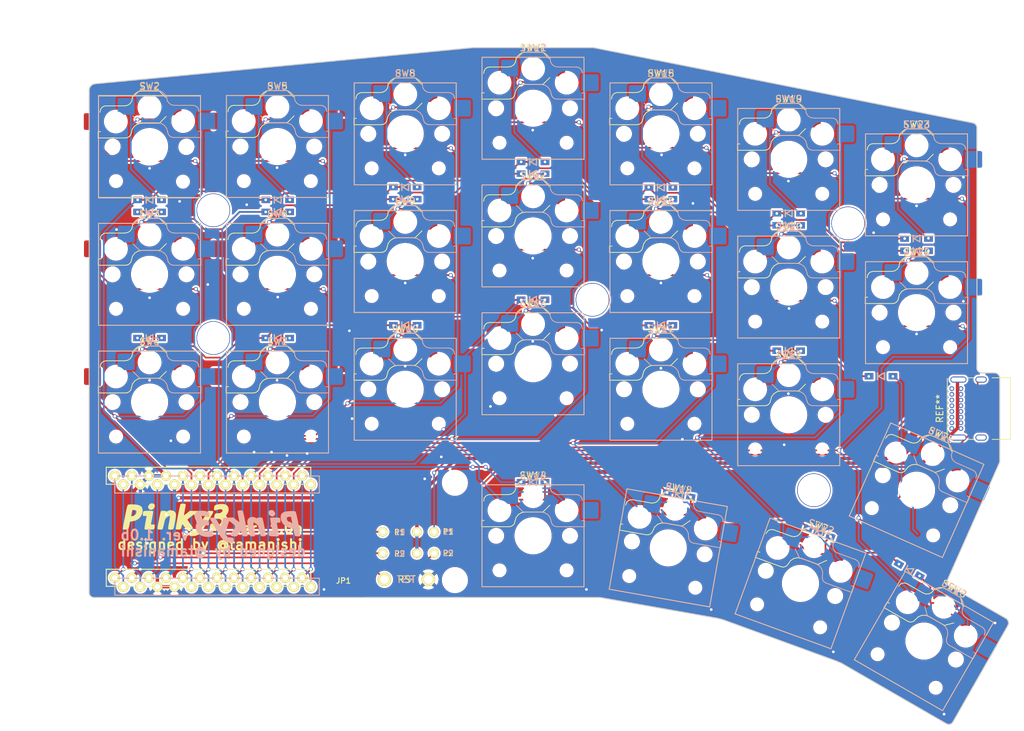
<source format=kicad_pcb>
(kicad_pcb (version 20240108) (generator "pcbnew") (generator_version "8.0")
  (title_block (title "Pinky3 flatten prototype") (date "2019-09-03") (rev "1.0a") (company "@tamanishi"))
  (layers (0 "F.Cu" signal) (31 "B.Cu" signal) (34 "B.Paste" user) (35 "F.Paste" user) (36 "B.SilkS" user "B.Silkscreen") (37 "F.SilkS" user "F.Silkscreen") (38 "B.Mask" user) (39 "F.Mask" user) (44 "Edge.Cuts" user))
  (net 0 "")
  (net 1 "Net-(D4-Pad2)")
  (net 2 "row3")
  (net 3 "Net-(D5-Pad2)")
  (net 4 "row0")
  (net 5 "row1")
  (net 6 "Net-(D6-Pad2)")
  (net 7 "row2")
  (net 8 "Net-(D7-Pad2)")
  (net 9 "Net-(D8-Pad2)")
  (net 10 "Net-(D9-Pad2)")
  (net 11 "Net-(D10-Pad2)")
  (net 12 "Net-(D11-Pad2)")
  (net 13 "Net-(D12-Pad2)")
  (net 14 "Net-(D13-Pad2)")
  (net 15 "Net-(D14-Pad2)")
  (net 16 "Net-(D15-Pad2)")
  (net 17 "Net-(D16-Pad2)")
  (net 18 "Net-(D17-Pad2)")
  (net 19 "Net-(D18-Pad2)")
  (net 20 "Net-(D19-Pad2)")
  (net 21 "Net-(D20-Pad2)")
  (net 22 "Net-(D21-Pad2)")
  (net 23 "Net-(D22-Pad2)")
  (net 24 "Net-(D23-Pad2)")
  (net 25 "Net-(D24-Pad2)")
  (net 26 "Net-(D25-Pad2)")
  (net 27 "VCC")
  (net 28 "Net-(J1-PadA)")
  (net 29 "Net-(J1-PadB)")
  (net 30 "GND")
  (net 31 "data")
  (net 32 "reset")
  (net 33 "col0")
  (net 34 "Net-(D1-Pad2)")
  (net 35 "Net-(D2-Pad2)")
  (net 36 "Net-(D3-Pad2)")
  (net 37 "col1")
  (net 38 "col2")
  (net 39 "col3")
  (net 40 "col4")
  (net 41 "col5")
  (net 42 "col6")
  (net 43 "Net-(U1-Pad24)")
  (net 44 "Net-(U1-Pad13)")
  (net 45 "Net-(U1-Pad12)")
  (net 46 "sda")
  (net 47 "scl")
  (net 48 "Net-(U1-Pad1)")
  (net 49 "Net-(U1-Pad11)")
  (footprint "kbd:R" (layer "F.Cu") (at 87.3 126.5 180)
    (property "Reference" "R1")
    (property "Value" "R" (hide yes))
  )
  (footprint "kbd:R" (layer "F.Cu") (at 87.3 129.7 180)
    (property "Reference" "R2")
    (property "Value" "R" (hide yes))
  )
  (footprint "kbd:HOLE" (layer "F.Cu") (at 59.5 78.55)
    (property "Reference" "Ref**")
    (property "Value" "Val**")
  )
  (footprint "kbd:HOLE" (layer "F.Cu") (at 59.5 97.6)
    (property "Reference" "Ref**")
    (property "Value" "Val**")
  )
  (footprint "kbd:HOLE" (layer "F.Cu") (at 116 91.9)
    (property "Reference" "Ref**")
    (property "Value" "Val**")
  )
  (footprint "kbd:HOLE" (layer "F.Cu") (at 154.1 80.5)
    (property "Reference" "Ref**")
    (property "Value" "Val**")
  )
  (footprint "kbd:D3_SMD" (layer "F.Cu") (at 50 77)
    (property "Reference" "D1" (hide yes))
    (property "Value" "D" (hide yes))
  )
  (footprint "kbd:D3_SMD" (layer "F.Cu") (at 50 78.8)
    (property "Reference" "D2" (hide yes))
    (property "Value" "D" (hide yes))
  )
  (footprint "kbd:D3_SMD" (layer "F.Cu") (at 50 97.6)
    (property "Reference" "D3" (hide yes))
    (property "Value" "D" (hide yes))
  )
  (footprint "kbd:D3_SMD" (layer "F.Cu") (at 69.1 77)
    (property "Reference" "D4" (hide yes))
    (property "Value" "D" (hide yes))
  )
  (footprint "kbd:D3_SMD" (layer "F.Cu") (at 69.1 78.8)
    (property "Reference" "D5" (hide yes))
    (property "Value" "D" (hide yes))
  )
  (footprint "kbd:D3_SMD" (layer "F.Cu") (at 69.1 97.6)
    (property "Reference" "D6" (hide yes))
    (property "Value" "D" (hide yes))
  )
  (footprint "kbd:D3_SMD" (layer "F.Cu") (at 88.1 75.1)
    (property "Reference" "D7" (hide yes))
    (property "Value" "D" (hide yes))
  )
  (footprint "kbd:D3_SMD" (layer "F.Cu") (at 88.1 76.9)
    (property "Reference" "D8" (hide yes))
    (property "Value" "D" (hide yes))
  )
  (footprint "kbd:D3_SMD" (layer "F.Cu") (at 88.1 95.7)
    (property "Reference" "D9" (hide yes))
    (property "Value" "D" (hide yes))
  )
  (footprint "kbd:D3_SMD" (layer "F.Cu") (at 107.15 71.335)
    (property "Reference" "D10" (hide yes))
    (property "Value" "D" (hide yes))
  )
  (footprint "kbd:D3_SMD" (layer "F.Cu") (at 107.15 73.1)
    (property "Reference" "D11" (hide yes))
    (property "Value" "D" (hide yes))
  )
  (footprint "kbd:D3_SMD" (layer "F.Cu") (at 107.15 91.9)
    (property "Reference" "D12" (hide yes))
    (property "Value" "D" (hide yes))
  )
  (footprint "kbd:D3_SMD" (layer "F.Cu") (at 107.15 119.1)
    (property "Reference" "D13" (hide yes))
    (property "Value" "D" (hide yes))
  )
  (footprint "kbd:D3_SMD" (layer "F.Cu") (at 126.2 75.145)
    (property "Reference" "D14" (hide yes))
    (property "Value" "D" (hide yes))
  )
  (footprint "kbd:D3_SMD" (layer "F.Cu") (at 126.2 76.9)
    (property "Reference" "D15" (hide yes))
    (property "Value" "D" (hide yes))
  )
  (footprint "kbd:D3_SMD" (layer "F.Cu") (at 126.2 95.7)
    (property "Reference" "D16" (hide yes))
    (property "Value" "D" (hide yes))
  )
  (footprint "kbd:D3_SMD" (layer "F.Cu") (at 128.9 121 -10)
    (property "Reference" "D17" (hide yes))
    (property "Value" "D" (hide yes))
  )
  (footprint "kbd:D3_SMD" (layer "F.Cu") (at 145.25 79)
    (property "Reference" "D18" (hide yes))
    (property "Value" "D" (hide yes))
  )
  (footprint "kbd:D3_SMD" (layer "F.Cu") (at 145.25 80.8)
    (property "Reference" "D19" (hide yes))
    (property "Value" "D" (hide yes))
  )
  (footprint "kbd:D3_SMD" (layer "F.Cu") (at 145.25 99.5)
    (property "Reference" "D20" (hide yes))
    (property "Value" "D" (hide yes))
  )
  (footprint "kbd:D3_SMD" (layer "F.Cu") (at 164.3 82.765)
    (property "Reference" "D22" (hide yes))
    (property "Value" "D" (hide yes))
  )
  (footprint "kbd:D3_SMD" (layer "F.Cu") (at 164.3 84.6)
    (property "Reference" "D23" (hide yes))
    (property "Value" "D" (hide yes))
  )
  (footprint "kbd:D3_SMD" (layer "F.Cu") (at 159 103.3)
    (property "Reference" "D24" (hide yes))
    (property "Value" "D" (hide yes))
  )
  (footprint "kbd:D3_SMD" (layer "F.Cu") (at 163.2 132.2 -30)
    (property "Reference" "D25" (hide yes))
    (property "Value" "D" (hide yes))
  )
  (footprint "kbd:1pin_conn" (layer "F.Cu") (at 92.4 126.5)
    (property "Reference" "P1")
    (property "Value" "i2c-pin" (hide yes))
  )
  (footprint "kbd:1pin_conn" (layer "F.Cu") (at 92.4 129.7)
    (property "Reference" "P2")
    (property "Value" "i2c-pin" (hide yes))
  )
  (footprint "kbd:ResetSW" (layer "F.Cu") (at 88.3 133.6 180)
    (property "Reference" "SW1" (hide yes))
    (property "Value" "RESET_SW")
  )
  (footprint "kbd:ProMicro_v2" (layer "F.Cu") (at 59.29 125.8 90)
    (property "Reference" "U1" (hide yes))
    (property "Value" "ProMicro" (hide yes))
  )
  (footprint "Switch_Keyboard_Hotswap_Kailh:SW_Hotswap_Kailh_Choc_V1V2_1.00u" (layer "F.Cu") (at 50 69.05)
    (property "Reference" "SW2")
    (property "Value" "SW_PUSH")
  )
  (footprint "Switch_Keyboard_Hotswap_Kailh:SW_Hotswap_Kailh_Choc_V1V2_1.00u" (layer "F.Cu") (at 50 88.1)
    (property "Reference" "SW3")
    (property "Value" "SW_PUSH")
  )
  (footprint "Switch_Keyboard_Hotswap_Kailh:SW_Hotswap_Kailh_Choc_V1V2_1.00u" (layer "F.Cu") (at 50 107.15)
    (property "Reference" "SW4")
    (property "Value" "SW_PUSH")
  )
  (footprint "Switch_Keyboard_Hotswap_Kailh:SW_Hotswap_Kailh_Choc_V1V2_1.00u" (layer "F.Cu") (at 69.05 69.05)
    (property "Reference" "SW5")
    (property "Value" "SW_PUSH")
  )
  (footprint "Switch_Keyboard_Hotswap_Kailh:SW_Hotswap_Kailh_Choc_V1V2_1.00u" (layer "F.Cu") (at 69.05 88.1)
    (property "Reference" "SW6")
    (property "Value" "SW_PUSH")
  )
  (footprint "Switch_Keyboard_Hotswap_Kailh:SW_Hotswap_Kailh_Choc_V1V2_1.00u" (layer "F.Cu") (at 69.05 107.15)
    (property "Reference" "SW7")
    (property "Value" "SW_PUSH")
  )
  (footprint "Switch_Keyboard_Hotswap_Kailh:SW_Hotswap_Kailh_Choc_V1V2_1.00u" (layer "F.Cu") (at 88.1 67.145)
    (property "Reference" "SW8")
    (property "Value" "SW_PUSH")
  )
  (footprint "Switch_Keyboard_Hotswap_Kailh:SW_Hotswap_Kailh_Choc_V1V2_1.00u" (layer "F.Cu") (at 88.1 86.195)
    (property "Reference" "SW9")
    (property "Value" "SW_PUSH")
  )
  (footprint "Switch_Keyboard_Hotswap_Kailh:SW_Hotswap_Kailh_Choc_V1V2_1.00u" (layer "F.Cu") (at 88.1 105.245)
    (property "Reference" "SW10")
    (property "Value" "SW_PUSH")
  )
  (footprint "Switch_Keyboard_Hotswap_Kailh:SW_Hotswap_Kailh_Choc_V1V2_1.00u" (layer "F.Cu") (at 107.15 63.335)
    (property "Reference" "SW11")
    (property "Value" "SW_PUSH")
  )
  (footprint "Switch_Keyboard_Hotswap_Kailh:SW_Hotswap_Kailh_Choc_V1V2_1.00u" (layer "F.Cu") (at 107.15 82.385)
    (property "Reference" "SW12")
    (property "Value" "SW_PUSH")
  )
  (footprint "Switch_Keyboard_Hotswap_Kailh:SW_Hotswap_Kailh_Choc_V1V2_1.00u" (layer "F.Cu") (at 126.2 67.145)
    (property "Reference" "SW15")
    (property "Value" "SW_PUSH")
  )
  (footprint "Switch_Keyboard_Hotswap_Kailh:SW_Hotswap_Kailh_Choc_V1V2_1.00u" (layer "F.Cu") (at 126.2 86.195)
    (property "Reference" "SW16")
    (property "Value" "SW_PUSH")
  )
  (footprint "Switch_Keyboard_Hotswap_Kailh:SW_Hotswap_Kailh_Choc_V1V2_1.00u" (layer "F.Cu") (at 126.2 105.245)
    (property "Reference" "SW17")
    (property "Value" "SW_PUSH")
  )
  (footprint "Switch_Keyboard_Hotswap_Kailh:SW_Hotswap_Kailh_Choc_V1V2_1.00u" (layer "F.Cu") (at 145.25 70.955)
    (property "Reference" "SW19")
    (property "Value" "SW_PUSH")
  )
  (footprint "Switch_Keyboard_Hotswap_Kailh:SW_Hotswap_Kailh_Choc_V1V2_1.00u" (layer "F.Cu") (at 145.25 90.005)
    (property "Reference" "SW20")
    (property "Value" "SW_PUSH")
  )
  (footprint "Switch_Keyboard_Hotswap_Kailh:SW_Hotswap_Kailh_Choc_V1V2_1.00u" (layer "F.Cu") (at 145.25 109.055)
    (property "Reference" "SW21")
    (property "Value" "SW_PUSH")
  )
  (footprint "Switch_Keyboard_Hotswap_Kailh:SW_Hotswap_Kailh_Choc_V1V2_1.00u" (layer "F.Cu") (at 164.3 74.765)
    (property "Reference" "SW23")
    (property "Value" "SW_PUSH")
  )
  (footprint "Switch_Keyboard_Hotswap_Kailh:SW_Hotswap_Kailh_Choc_V1V2_1.00u" (layer "F.Cu") (at 164.3 93.815)
    (property "Reference" "SW24")
    (property "Value" "SW_PUSH")
  )
  (footprint "Switch_Keyboard_Hotswap_Kailh:SW_Hotswap_Kailh_Choc_V1V2_1.00u" (layer "F.Cu") (at 164.3 120.3 -24)
    (property "Reference" "SW25")
    (property "Value" "SW_PUSH")
  )
  (footprint "kbd:JP" (layer "F.Cu") (at 81 133.8 90)
    (property "Reference" "JP1")
    (property "Value" "JPC2" (hide yes))
  )
  (footprint "kbd:D3_SMD" (layer "F.Cu") (at 149.8 126.6 -20)
    (property "Reference" "D21" (hide yes))
    (property "Value" "D" (hide yes))
  )
  (footprint "kbd:HOLE_M2" (layer "F.Cu") (at 95.5 119.2)
    (property "Reference" "HOLE_M2" (hide yes))
    (property "Value" "VAL**" (hide yes))
  )
  (footprint "kbd:HOLE_M2" (layer "F.Cu") (at 95.5 133.7)
    (property "Reference" "HOLE_M2" (hide yes))
    (property "Value" "VAL**" (hide yes))
  )
  (footprint "kbd:HOLE" (layer "F.Cu") (at 149 120.3)
    (property "Reference" "Ref**")
    (property "Value" "Val**")
  )
  (footprint "Switch_Keyboard_Hotswap_Kailh:SW_Hotswap_Kailh_Choc_V1V2_1.00u" (layer "F.Cu") (at 127.3 128.9 -10)
    (property "Reference" "SW18")
    (property "Value" "SW_PUSH")
  )
  (footprint "Switch_Keyboard_Hotswap_Kailh:SW_Hotswap_Kailh_Choc_V1V2_1.00u" (layer "F.Cu") (at 107.15 127.1)
    (property "Reference" "SW14")
    (property "Value" "SW_PUSH")
  )
  (footprint "Switch_Keyboard_Hotswap_Kailh:SW_Hotswap_Kailh_Choc_V1V2_1.00u" (layer "F.Cu") (at 147 134.2 -20)
    (property "Reference" "SW22")
    (property "Value" "SW_PUSH")
  )
  (footprint "Switch_Keyboard_Hotswap_Kailh:SW_Hotswap_Kailh_Choc_V1V2_1.00u" (layer "F.Cu") (at 165.4 142.8 -30)
    (property "Reference" "SW26")
    (property "Value" "SW_PUSH")
  )
  (footprint "lib:pinky3" (layer "F.Cu") (at 53.9 124.7)
    (property "Reference" "G***" (hide yes))
    (property "Value" "LOGO" (hide yes))
  )
  (footprint "Switch_Keyboard_Hotswap_Kailh:SW_Hotswap_Kailh_Choc_V1V2_1.00u" (layer "F.Cu") (at 107.15 101.435)
    (property "Reference" "SW13")
    (property "Value" "SW_PUSH")
  )
  (footprint "Connector_USB:USB_C_Receptacle_GCT_USB4085" (layer "F.Cu") (at 169.559429 111.101292 90)
    (property "Reference" "REF**")
    (property "Value" "USB_C_Receptacle_GCT_USB4085")
  )
  (footprint "lib:pinky3" (layer "B.Cu") (at 64.6 125.7 180)
    (property "Reference" "G***" (hide yes))
    (property "Value" "LOGO" (hide yes))
  )
  (footprint "Switch_Keyboard_Hotswap_Kailh:SW_Hotswap_Kailh_Choc_V1V2_1.00u" (layer "B.Cu") (at 107.15 82.385 180)
    (property "Reference" "SW12")
    (property "Value" "SW_PUSH")
  )
  (footprint "Switch_Keyboard_Hotswap_Kailh:SW_Hotswap_Kailh_Choc_V1V2_1.00u" (layer "B.Cu") (at 164.3 120.3 156)
    (property "Reference" "SW25")
    (property "Value" "SW_PUSH")
  )
  (footprint "Switch_Keyboard_Hotswap_Kailh:SW_Hotswap_Kailh_Choc_V1V2_1.00u" (layer "B.Cu") (at 145.25 70.955 180)
    (property "Reference" "SW19")
    (property "Value" "SW_PUSH")
  )
  (footprint "Switch_Keyboard_Hotswap_Kailh:SW_Hotswap_Kailh_Choc_V1V2_1.00u" (layer "B.Cu") (at 88.1 67.145 180)
    (property "Reference" "SW8")
    (property "Value" "SW_PUSH")
  )
  (footprint "Switch_Keyboard_Hotswap_Kailh:SW_Hotswap_Kailh_Choc_V1V2_1.00u" (layer "B.Cu") (at 107.15 101.435 180)
    (property "Reference" "SW13")
    (property "Value" "SW_PUSH")
  )
  (footprint "Switch_Keyboard_Hotswap_Kailh:SW_Hotswap_Kailh_Choc_V1V2_1.00u" (layer "B.Cu") (at 107.15 127.1 180)
    (property "Reference" "SW14")
    (property "Value" "SW_PUSH")
  )
  (footprint "Switch_Keyboard_Hotswap_Kailh:SW_Hotswap_Kailh_Choc_V1V2_1.00u" (layer "B.Cu") (at 126.2 67.145 180)
    (property "Reference" "SW15")
    (property "Value" "SW_PUSH")
  )
  (footprint "Switch_Keyboard_Hotswap_Kailh:SW_Hotswap_Kailh_Choc_V1V2_1.00u" (layer "B.Cu") (at 165.4 142.8 150)
    (property "Reference" "SW26")
    (property "Value" "SW_PUSH")
  )
  (footprint "Switch_Keyboard_Hotswap_Kailh:SW_Hotswap_Kailh_Choc_V1V2_1.00u" (layer "B.Cu") (at 145.25 90.005 180)
    (property "Reference" "SW20")
    (property "Value" "SW_PUSH")
  )
  (footprint "Switch_Keyboard_Hotswap_Kailh:SW_Hotswap_Kailh_Choc_V1V2_1.00u" (layer "B.Cu") (at 69.03255 69.053298 180)
    (property "Reference" "SW5")
    (property "Value" "SW_PUSH")
  )
  (footprint "Switch_Keyboard_Hotswap_Kailh:SW_Hotswap_Kailh_Choc_V1V2_1.00u" (layer "B.Cu") (at 88.1 86.195 180)
    (property "Reference" "SW9")
    (property "Value" "SW_PUSH")
  )
  (footprint "Switch_Keyboard_Hotswap_Kailh:SW_Hotswap_Kailh_Choc_V1V2_1.00u" (layer "B.Cu") (at 126.2 86.195 180)
    (property "Reference" "SW16")
    (property "Value" "SW_PUSH")
  )
  (footprint "Switch_Keyboard_Hotswap_Kailh:SW_Hotswap_Kailh_Choc_V1V2_1.00u" (layer "B.Cu") (at 145.25 109.055 180)
    (property "Reference" "SW21")
    (property "Value" "SW_PUSH")
  )
  (footprint "Switch_Keyboard_Hotswap_Kailh:SW_Hotswap_Kailh_Choc_V1V2_1.00u" (layer "B.Cu") (at 49.975 69.125 180)
    (property "Reference" "SW2")
    (property "Value" "SW_PUSH")
  )
  (footprint "Switch_Keyboard_Hotswap_Kailh:SW_Hotswap_Kailh_Choc_V1V2_1.00u" (layer "B.Cu") (at 50 88.1 180)
    (property "Reference" "SW3")
    (property "Value" "SW_PUSH")
  )
  (footprint "Switch_Keyboard_Hotswap_Kailh:SW_Hotswap_Kailh_Choc_V1V2_1.00u" (layer "B.Cu") (at 127.3 128.9 170)
    (property "Reference" "SW18")
    (property "Value" "SW_PUSH")
  )
  (footprint "Switch_Keyboard_Hotswap_Kailh:SW_Hotswap_Kailh_Choc_V1V2_1.00u" (layer "B.Cu") (at 50 107.15 180)
    (property "Reference" "SW4")
    (property "Value" "SW_PUSH")
  )
  (footprint "Switch_Keyboard_Hotswap_Kailh:SW_Hotswap_Kailh_Choc_V1V2_1.00u" (layer "B.Cu") (at 147 134.2 160)
    (property "Reference" "SW22")
    (property "Value" "SW_PUSH")
  )
  (footprint "Switch_Keyboard_Hotswap_Kailh:SW_Hotswap_Kailh_Choc_V1V2_1.00u" (layer "B.Cu") (at 88.1 105.245 180)
    (property "Reference" "SW10")
    (property "Value" "SW_PUSH")
  )
  (footprint "Switch_Keyboard_Hotswap_Kailh:SW_Hotswap_Kailh_Choc_V1V2_1.00u" (layer "B.Cu") (at 164.3 93.815 180)
    (property "Reference" "SW24")
    (property "Value" "SW_PUSH")
  )
  (footprint "Switch_Keyboard_Hotswap_Kailh:SW_Hotswap_Kailh_Choc_V1V2_1.00u" (layer "B.Cu") (at 69.05 88.1 180)
    (property "Reference" "SW6")
    (property "Value" "SW_PUSH")
  )
  (footprint "Switch_Keyboard_Hotswap_Kailh:SW_Hotswap_Kailh_Choc_V1V2_1.00u" (layer "B.Cu") (at 69.05 107.15 180)
    (property "Reference" "SW7")
    (property "Value" "SW_PUSH")
  )
  (footprint "Switch_Keyboard_Hotswap_Kailh:SW_Hotswap_Kailh_Choc_V1V2_1.00u" (layer "B.Cu") (at 107.15 63.335 180)
    (property "Reference" "SW11")
    (property "Value" "SW_PUSH")
  )
  (footprint "Switch_Keyboard_Hotswap_Kailh:SW_Hotswap_Kailh_Choc_V1V2_1.00u" (layer "B.Cu") (at 164.3 74.765 180)
    (property "Reference" "SW23")
    (property "Value" "SW_PUSH")
  )
  (footprint "Switch_Keyboard_Hotswap_Kailh:SW_Hotswap_Kailh_Choc_V1V2_1.00u" (layer "B.Cu") (at 126.2 105.245 180)
    (property "Reference" "SW17")
    (property "Value" "SW_PUSH")
  )
  (gr_arc (start 175.9 102.8) (mid 176.465685 103.034315) (end 176.7 103.6) (stroke (width 0.15)) (layer "Edge.Cuts"))
  (gr_arc (start 174 102.8) (mid 173.505025 102.594975) (end 173.3 102.1) (stroke (width 0.15)) (layer "Edge.Cuts"))
  (gr_arc (start 177.6 139.4) (mid 177.977817 139.887868) (end 177.9 140.5) (stroke (width 0.15)) (layer "Edge.Cuts"))
  (gr_arc (start 169.2 134.6) (mid 168.863604 134.212132) (end 168.9 133.7) (stroke (width 0.15)) (layer "Edge.Cuts"))
  (gr_line (start 173.3 66.2) (end 173.3 102.1) (stroke (width 0.15)) (layer "Edge.Cuts"))
  (gr_arc (start 41.7 136.3) (mid 41.205025 136.094975) (end 41 135.6) (stroke (width 0.15)) (layer "Edge.Cuts"))
  (gr_line (start 168.9 133.7) (end 176.7 116.1) (stroke (width 0.15)) (layer "Edge.Cuts"))
  (gr_line (start 116.2 54.3) (end 172.6 65.5) (stroke (width 0.15)) (layer "Edge.Cuts"))
  (gr_line (start 134.6 139.4) (end 135.4 139.6) (stroke (width 0.15)) (layer "Edge.Cuts"))
  (gr_arc (start 41 60.525) (mid 41.273376 59.983575) (end 41.805847 59.693143) (stroke (width 0.15)) (layer "Edge.Cuts"))
  (gr_line (start 153.1 146.1) (end 168.7 155.1) (stroke (width 0.15)) (layer "Edge.Cuts"))
  (gr_arc (start 169.7 154.9) (mid 169.241421 155.207107) (end 168.7 155.1) (stroke (width 0.15)) (layer "Edge.Cuts"))
  (gr_line (start 116.1 136.3) (end 41.7 136.3) (stroke (width 0.15)) (layer "Edge.Cuts"))
  (gr_line (start 41 135.6) (end 41 60.525) (stroke (width 0.15)) (layer "Edge.Cuts"))
  (gr_line (start 152.4 145.8) (end 153.1 146.1) (stroke (width 0.15)) (layer "Edge.Cuts"))
  (gr_line (start 98.1 54.3) (end 116.2 54.3) (stroke (width 0.15)) (layer "Edge.Cuts"))
  (gr_arc (start 172.600698 65.500088) (mid 173.070336 65.730161) (end 173.3 66.2) (stroke (width 0.15)) (layer "Edge.Cuts"))
  (gr_line (start 41.805847 59.693143) (end 98.1 54.3) (stroke (width 0.15)) (layer "Edge.Cuts"))
  (gr_line (start 177.9 140.5) (end 169.7 154.9) (stroke (width 0.15)) (layer "Edge.Cuts"))
  (gr_line (start 117.1 136.3) (end 134.6 139.4) (stroke (width 0.15)) (layer "Edge.Cuts"))
  (gr_line (start 174 102.8) (end 175.9 102.8) (stroke (width 0.15)) (layer "Edge.Cuts"))
  (gr_line (start 176.7 103.6) (end 176.7 116.1) (stroke (width 0.15)) (layer "Edge.Cuts"))
  (gr_line (start 135.4 139.6) (end 152.4 145.8) (stroke (width 0.15)) (layer "Edge.Cuts"))
  (gr_line (start 169.2 134.6) (end 177.6 139.4) (stroke (width 0.15)) (layer "Edge.Cuts"))
  (gr_line (start 116.1 136.3) (end 117.1 136.3) (stroke (width 0.15)) (layer "Edge.Cuts"))
  (gr_text "ver. 1.0b\ndesigned by @tamanishi" (at 45.5 128.2 0) (layer "B.SilkS") (effects (font (size 1.5 1.5) (thickness 0.3)) (justify right mirror)))
  (gr_text "ver. 1.0b\ndesigned by @tamanishi" (at 73 127.2 0) (layer "F.SilkS") (effects (font (size 1.5 1.5) (thickness 0.3)) (justify right)))
  (segment (start 71.35 65) (end 67.724264 65) (width 0.25) (layer "F.Cu") (net 1))
  (segment (start 71.85 63.15) (end 71.85 64.5) (width 0.25) (layer "F.Cu") (net 1))
  (segment (start 71.85 63.15) (end 71.751002 63.15) (width 0.25) (layer "F.Cu") (net 1))
  (segment (start 67.724264 65) (end 67.3 65) (width 0.25) (layer "F.Cu") (net 1))
  (segment (start 71.85 64.5) (end 71.35 65) (width 0.25) (layer "F.Cu") (net 1))
  (via (at 67.3 65) (size 0.6) (drill 0.4) (layers "F.Cu" "B.Cu") (net 1))
  (via (at 70.9 77) (size 0.6) (drill 0.4) (layers "F.Cu" "B.Cu") (net 1))
  (segment (start 66.35 65.95) (end 66.25 65.95) (width 0.25) (layer "B.Cu") (net 1))
  (segment (start 66.25 65.95) (end 66.25 72.05) (width 0.25) (layer "B.Cu") (net 1))
  (segment (start 67.3 65) (end 66.35 65.95) (width 0.25) (layer "B.Cu") (net 1))
  (segment (start 66.25 72.05) (end 70.9 76.7) (width 0.25) (layer "B.Cu") (net 1))
  (segment (start 66.25 63.15) (end 66.25 65.95) (width 0.25) (layer "B.Cu") (net 1))
  (segment (start 127.130096 120.669904) (end 127.151966 120.691774) (width 0.25) (layer "F.Cu") (net 2))
  (segment (start 98.175 116.825) (end 100.075 116.825) (width 0.25) (layer "F.Cu") (net 2))
  (segment (start 135.95 124.8) (end 146.939132 124.8) (width 0.25) (layer "F.Cu") (net 2))
  (segment (start 128.185218 120.669904) (end 128.452561 120.402561) (width 0.25) (layer "F.Cu") (net 2))
  (segment (start 106.275 119.1) (end 107.075001 118.299999) (width 0.25) (layer "F.Cu") (net 2))
  (segment (start 148.175 126.025) (end 151.742805 126.025) (width 0.25) (layer "F.Cu") (net 2))
  (segment (start 124.760191 118.299999) (end 126.830097 120.369905) (width 0.25) (layer "F.Cu") (net 2))
  (segment (start 131.552561 120.402561) (end 135.95 124.8) (width 0.25) (layer "F.Cu") (net 2))
  (segment (start 105.375 119.1) (end 106.275 119.1) (width 0.25) (layer "F.Cu") (net 2))
  (segment (start 151.742805 126.025) (end 155.342805 129.625) (width 0.25) (layer "F.Cu") (net 2))
  (segment (start 127.130096 120.669904) (end 128.185218 120.669904) (width 0.25) (layer "F.Cu") (net 2))
  (segment (start 155.342805 129.625) (end 159.975305 129.625) (width 0.25) (layer "F.Cu") (net 2))
  (segment (start 107.075001 118.299999) (end 124.760191 118.299999) (width 0.25) (layer "F.Cu") (net 2))
  (segment (start 126.830097 120.369905) (end 127.130096 120.669904) (width 0.25) (layer "F.Cu") (net 2))
  (segment (start 161.116262 130.765957) (end 161.662805 131.3125) (width 0.25) (layer "F.Cu") (net 2))
  (segment (start 146.939132 124.8) (end 148.132046 125.992914) (width 0.25) (layer "F.Cu") (net 2))
  (segment (start 159.975305 129.625) (end 161.116262 130.765957) (width 0.25) (layer "F.Cu") (net 2))
  (segment (start 128.452561 120.402561) (end 131.552561 120.402561) (width 0.25) (layer "F.Cu") (net 2))
  (segment (start 126.798592 120.3384) (end 127.130096 120.669904) (width 0.25) (layer "F.Cu") (net 2))
  (via (at 105.375 119.1) (size 0.6) (drill 0.4) (layers "F.Cu" "B.Cu") (net 2))
  (via (at 148.175 126.025) (size 0.6) (drill 0.4) (layers "F.Cu" "B.Cu") (net 2))
  (via (at 100.075 116.825) (size 0.6) (drill 0.4) (layers "F.Cu" "B.Cu") (net 2))
  (via (at 161.675 131.325) (size 0.6) (drill 0.4) (layers "F.Cu" "B.Cu") (net 2))
  (via (at 127.130096 120.669904) (size 0.6) (drill 0.4) (layers "F.Cu" "B.Cu") (net 2))
  (via (at 98.175 116.825) (size 0.6) (drill 0.4) (layers "F.Cu" "B.Cu") (net 2))
  (segment (start 98.175 116.825) (end 68.9906 116.825) (width 0.25) (layer "B.Cu") (net 2))
  (segment (start 105.375 119.1) (end 102.35 119.1) (width 0.25) (layer "B.Cu") (net 2))
  (segment (start 67.672 131.754838) (end 68.942 133.024838) (width 0.25) (layer "B.Cu") (net 2))
  (segment (start 68.9906 116.825) (end 67.672 118.1436) (width 0.25) (layer "B.Cu") (net 2))
  (segment (start 126.798592 120.3384) (end 127.151966 120.691774) (width 0.25) (layer "B.Cu") (net 2))
  (segment (start 67.672 118.1436) (end 67.672 131.754838) (width 0.25) (layer "B.Cu") (net 2))
  (segment (start 105.375 119.1) (end 105.375 119.1) (width 0.25) (layer "B.Cu") (net 2))
  (segment (start 68.942 133.024838) (end 68.942 134.69) (width 0.25) (layer "B.Cu") (net 2))
  (segment (start 102.35 119.1) (end 100.075 116.825) (width 0.25) (layer "B.Cu") (net 2))
  (segment (start 71.85 81.9) (end 70.275 80.325) (width 0.25) (layer "F.Cu") (net 3))
  (segment (start 69.975 80.325) (end 67.825 80.325) (width 0.25) (layer "F.Cu") (net 3))
  (segment (start 70.275 80.325) (end 69.975 80.325) (width 0.25) (layer "F.Cu") (net 3))
  (segment (start 71.85 82.2) (end 71.85 81.9) (width 0.25) (layer "F.Cu") (net 3))
  (via (at 70.9 78.8) (size 0.6) (drill 0.4) (layers "F.Cu" "B.Cu") (net 3))
  (via (at 67.825 80.325) (size 0.6) (drill 0.4) (layers "F.Cu" "B.Cu") (net 3))
  (segment (start 66.25 81.9) (end 67.825 80.325) (width 0.25) (layer "B.Cu") (net 3))
  (segment (start 69.35 78.8) (end 70.475736 78.8) (width 0.25) (layer "B.Cu") (net 3))
  (segment (start 67.825 80.325) (end 69.35 78.8) (width 0.25) (layer "B.Cu") (net 3))
  (segment (start 66.25 82.2) (end 66.25 81.9) (width 0.25) (layer "B.Cu") (net 3))
  (segment (start 70.475736 78.8) (end 70.9 78.8) (width 0.25) (layer "B.Cu") (net 3))
  (segment (start 48.225 77) (end 50.064998 77) (width 0.25) (layer "F.Cu") (net 4))
  (segment (start 162.525 82.765) (end 162.525 82.765) (width 0.25) (layer "F.Cu") (net 4))
  (segment (start 87.225 75.1) (end 88.2 74.125) (width 0.25) (layer "F.Cu") (net 4))
  (segment (start 124.25 75.145) (end 124.425 75.145) (width 0.25) (layer "F.Cu") (net 4))
  (segment (start 51.339999 75.724999) (end 60.824999 75.724999) (width 0.25) (layer "F.Cu") (net 4))
  (segment (start 85.25 76) (end 86.15 75.1) (width 0.25) (layer "F.Cu") (net 4))
  (segment (start 60.824999 75.724999) (end 62.1 77) (width 0.25) (layer "F.Cu") (net 4))
  (segment (start 105.375 71.335) (end 106.275 71.335) (width 0.25) (layer "F.Cu") (net 4))
  (segment (start 143.475 79) (end 144.375 79) (width 0.25) (layer "F.Cu") (net 4))
  (segment (start 124.375 75.125) (end 125.195001 75.945001) (width 0.25) (layer "F.Cu") (net 4))
  (segment (start 104.21 72.325) (end 105.2 71.335) (width 0.25) (layer "F.Cu") (net 4))
  (segment (start 50.064998 77) (end 51.339999 75.724999) (width 0.25) (layer "F.Cu") (net 4))
  (segment (start 143.3 79) (end 143.475 79) (width 0.25) (layer "F.Cu") (net 4))
  (segment (start 136.475 80.025) (end 142.275 80.025) (width 0.25) (layer "F.Cu") (net 4))
  (segment (start 105.2 71.335) (end 105.375 71.335) (width 0.25) (layer "F.Cu") (net 4))
  (segment (start 112.449999 72.299999) (end 116.075 75.925) (width 0.25) (layer "F.Cu") (net 4))
  (segment (start 88.2 74.125) (end 96.43859 74.125) (width 0.25) (layer "F.Cu") (net 4))
  (segment (start 123.47 75.925) (end 124.25 75.145) (width 0.25) (layer "F.Cu") (net 4))
  (segment (start 145.374999 79.999999) (end 149.418997 79.999999) (width 0.25) (layer "F.Cu") (net 4))
  (segment (start 152.743999 83.325001) (end 161.064999 83.325001) (width 0.25) (layer "F.Cu") (net 4))
  (segment (start 105.375 71.335) (end 105.375 71.335) (width 0.25) (layer "F.Cu") (net 4))
  (segment (start 107.239999 72.299999) (end 112.449999 72.299999) (width 0.25) (layer "F.Cu") (net 4))
  (segment (start 96.43859 74.125) (end 98.23859 72.325) (width 0.25) (layer "F.Cu") (net 4))
  (segment (start 161.625 82.765) (end 162.525 82.765) (width 0.25) (layer "F.Cu") (net 4))
  (segment (start 48.225 77) (end 48.225 77) (width 0.25) (layer "F.Cu") (net 4))
  (segment (start 86.15 75.1) (end 86.325 75.1) (width 0.25) (layer "F.Cu") (net 4))
  (segment (start 70.1 76) (end 85.25 76) (width 0.25) (layer "F.Cu") (net 4))
  (segment (start 125.195001 75.945001) (end 132.395001 75.945001) (width 0.25) (layer "F.Cu") (net 4))
  (segment (start 98.23859 72.325) (end 104.21 72.325) (width 0.25) (layer "F.Cu") (net 4))
  (segment (start 142.275 80.025) (end 143.3 79) (width 0.25) (layer "F.Cu") (net 4))
  (segment (start 86.325 75.1) (end 87.225 75.1) (width 0.25) (layer "F.Cu") (net 4))
  (segment (start 69.1 77) (end 70.1 76) (width 0.25) (layer "F.Cu") (net 4))
  (segment (start 106.275 71.335) (end 107.239999 72.299999) (width 0.25) (layer "F.Cu") (net 4))
  (segment (start 67.3 77) (end 69.1 77) (width 0.25) (layer "F.Cu") (net 4))
  (segment (start 116.075 75.925) (end 123.47 75.925) (width 0.25) (layer "F.Cu") (net 4))
  (segment (start 161.064999 83.325001) (end 161.625 82.765) (width 0.25) (layer "F.Cu") (net 4))
  (segment (start 132.395001 75.945001) (end 136.475 80.025) (width 0.25) (layer "F.Cu") (net 4))
  (segment (start 62.1 77) (end 67.3 77) (width 0.25) (layer "F.Cu") (net 4))
  (segment (start 149.418997 79.999999) (end 152.743999 83.325001) (width 0.25) (layer "F.Cu") (net 4))
  (segment (start 144.375 79) (end 145.374999 79.999999) (width 0.25) (layer "F.Cu") (net 4))
  (via (at 124.375 75.125) (size 0.6) (drill 0.4) (layers "F.Cu" "B.Cu") (net 4))
  (via (at 162.525 82.765) (size 0.6) (drill 0.4) (layers "F.Cu" "B.Cu") (net 4))
  (via (at 143.475 79.025) (size 0.6) (drill 0.4) (layers "F.Cu" "B.Cu") (net 4))
  (via (at 67.3 77) (size 0.6) (drill 0.4) (layers "F.Cu" "B.Cu") (net 4))
  (via (at 105.375 71.335) (size 0.6) (drill 0.4) (layers "F.Cu" "B.Cu") (net 4))
  (via (at 48.225 77) (size 0.6) (drill 0.4) (layers "F.Cu" "B.Cu") (net 4))
  (via (at 86.3 75.1) (size 0.6) (drill 0.4) (layers "F.Cu" "B.Cu") (net 4))
  (segment (start 43.174999 81.875001) (end 43.174999 108.563003) (width 0.25) (layer "B.Cu") (net 4))
  (segment (start 59.290001 117.381601) (end 60.052 118.1436) (width 0.25) (layer "B.Cu") (net 4))
  (segment (start 43.174999 108.563003) (end 51.668595 117.056599) (width 0.25) (layer "B.Cu") (net 4))
  (segment (start 51.668595 117.056599) (end 58.964999 117.056599) (width 0.25) (layer "B.Cu") (net 4))
  (segment (start 60.052 131.754838) (end 61.322 133.024838) (width 0.25) (layer "B.Cu") (net 4))
  (segment (start 58.964999 117.056599) (end 59.290001 117.381601) (width 0.25) (layer "B.Cu") (net 4))
  (segment (start 48.225 77) (end 48.05 77) (width 0.25) (layer "B.Cu") (net 4))
  (segment (start 61.322 133.024838) (end 61.322 134.69) (width 0.25) (layer "B.Cu") (net 4))
  (segment (start 48.05 77) (end 43.174999 81.875001) (width 0.25) (layer "B.Cu") (net 4))
  (segment (start 60.052 118.1436) (end 60.052 131.754838) (width 0.25) (layer "B.Cu") (net 4))
  (segment (start 162.525 84.6) (end 162.525 84.6) (width 0.25) (layer "F.Cu") (net 5))
  (segment (start 143.050736 80.825) (end 143.475 80.825) (width 0.25) (layer "F.Cu") (net 5))
  (segment (start 60.824999 81.375001) (end 63.4 78.8) (width 0.25) (layer "F.Cu") (net 5))
  (segment (start 153.382588 84.6) (end 161.625 84.6) (width 0.25) (layer "F.Cu") (net 5))
  (segment (start 104.475 73.1) (end 105.375 73.1) (width 0.25) (layer "F.Cu") (net 5))
  (segment (start 69.224999 77.800001) (end 84.524999 77.800001) (width 0.25) (layer "F.Cu") (net 5))
  (segment (start 145.339998 80.825) (end 146.189988 81.67499) (width 0.25) (layer "F.Cu") (net 5))
  (segment (start 48.225 78.8) (end 50.064998 78.8) (width 0.25) (layer "F.Cu") (net 5))
  (segment (start 126.289998 76.925) (end 128.234997 78.869999) (width 0.25) (layer "F.Cu") (net 5))
  (segment (start 56.618988 79.84999) (end 58.143999 81.375001) (width 0.25) (layer "F.Cu") (net 5))
  (segment (start 88.224999 75.900001) (end 95.599999 75.900001) (width 0.25) (layer "F.Cu") (net 5))
  (segment (start 143.475 80.825) (end 145.339998 80.825) (width 0.25) (layer "F.Cu") (net 5))
  (segment (start 150.457578 81.67499) (end 153.382588 84.6) (width 0.25) (layer "F.Cu") (net 5))
  (segment (start 128.234997 78.869999) (end 134.419999 78.869999) (width 0.25) (layer "F.Cu") (net 5))
  (segment (start 86.325 76.9) (end 87.225 76.9) (width 0.25) (layer "F.Cu") (net 5))
  (segment (start 95.599999 75.900001) (end 98.4 73.1) (width 0.25) (layer "F.Cu") (net 5))
  (segment (start 50.064998 78.8) (end 51.114988 79.84999) (width 0.25) (layer "F.Cu") (net 5))
  (segment (start 63.4 78.8) (end 67.325 78.8) (width 0.25) (layer "F.Cu") (net 5))
  (segment (start 124.375 76.925) (end 126.289998 76.925) (width 0.25) (layer "F.Cu") (net 5))
  (segment (start 87.225 76.9) (end 88.224999 75.900001) (width 0.25) (layer "F.Cu") (net 5))
  (segment (start 84.524999 77.800001) (end 85.425 76.9) (width 0.25) (layer "F.Cu") (net 5))
  (segment (start 67.325 78.8) (end 68.225 78.8) (width 0.25) (layer "F.Cu") (net 5))
  (segment (start 51.114988 79.84999) (end 56.618988 79.84999) (width 0.25) (layer "F.Cu") (net 5))
  (segment (start 68.225 78.8) (end 69.224999 77.800001) (width 0.25) (layer "F.Cu") (net 5))
  (segment (start 98.4 73.1) (end 104.475 73.1) (width 0.25) (layer "F.Cu") (net 5))
  (segment (start 58.143999 81.375001) (end 60.824999 81.375001) (width 0.25) (layer "F.Cu") (net 5))
  (segment (start 113.413591 73.900001) (end 116.41359 76.9) (width 0.25) (layer "F.Cu") (net 5))
  (segment (start 106.150001 73.900001) (end 113.413591 73.900001) (width 0.25) (layer "F.Cu") (net 5))
  (segment (start 85.425 76.9) (end 86.325 76.9) (width 0.25) (layer "F.Cu") (net 5))
  (segment (start 134.419999 78.869999) (end 136.375 80.825) (width 0.25) (layer "F.Cu") (net 5))
  (segment (start 161.625 84.6) (end 162.525 84.6) (width 0.25) (layer "F.Cu") (net 5))
  (segment (start 116.41359 76.9) (end 124.425 76.9) (width 0.25) (layer "F.Cu") (net 5))
  (segment (start 146.189988 81.67499) (end 150.457578 81.67499) (width 0.25) (layer "F.Cu") (net 5))
  (segment (start 136.375 80.825) (end 143.050736 80.825) (width 0.25) (layer "F.Cu") (net 5))
  (segment (start 105.375 73.125) (end 106.150001 73.900001) (width 0.25) (layer "F.Cu") (net 5))
  (via (at 86.3 76.9) (size 0.6) (drill 0.4) (layers "F.Cu" "B.Cu") (net 5))
  (via (at 162.525 84.6) (size 0.6) (drill 0.4) (layers "F.Cu" "B.Cu") (net 5))
  (via (at 67.3 78.8) (size 0.6) (drill 0.4) (layers "F.Cu" "B.Cu") (net 5))
  (via (at 143.475 80.825) (size 0.6) (drill 0.4) (layers "F.Cu" "B.Cu") (net 5))
  (via (at 105.375 73.125) (size 0.6) (drill 0.4) (layers "F.Cu" "B.Cu") (net 5))
  (via (at 124.375 76.925) (size 0.6) (drill 0.4) (layers "F.Cu" "B.Cu") (net 5))
  (via (at 48.2 78.8) (size 0.6) (drill 0.4) (layers "F.Cu" "B.Cu") (net 5))
  (segment (start 62.325001 98.956001) (end 60.3 100.981002) (width 0.25) (layer "B.Cu") (net 5))
  (segment (start 67.3 78.8) (end 66.875736 78.8) (width 0.25) (layer "B.Cu") (net 5))
  (segment (start 63.862 133.024838) (end 63.862 134.69) (width 0.25) (layer "B.Cu") (net 5))
  (segment (start 60.831002 94.75) (end 62.325001 96.243999) (width 0.25) (layer "B.Cu") (net 5))
  (segment (start 60.3 115.8516) (end 62.592 118.1436) (width 0.25) (layer "B.Cu") (net 5))
  (segment (start 62.592 131.754838) (end 63.862 133.024838) (width 0.25) (layer "B.Cu") (net 5))
  (segment (start 63.4 78.8) (end 63.4 78.831002) (width 0.25) (layer "B.Cu") (net 5))
  (segment (start 67.3 78.8) (end 63.4 78.8) (width 0.25) (layer "B.Cu") (net 5))
  (segment (start 63.4 78.831002) (end 60.831002 81.4) (width 0.25) (layer "B.Cu") (net 5))
  (segment (start 60.831002 81.4) (end 60.831002 94.75) (width 0.25) (layer "B.Cu") (net 5))
  (segment (start 60.3 100.981002) (end 60.3 115.8516) (width 0.25) (layer "B.Cu") (net 5))
  (segment (start 62.592 118.1436) (end 62.592 131.754838) (width 0.25) (layer "B.Cu") (net 5))
  (segment (start 62.325001 96.243999) (end 62.325001 98.956001) (width 0.25) (layer "B.Cu") (net 5))
  (segment (start 71.751002 101.25) (end 69.726002 99.225) (width 0.25) (layer "F.Cu") (net 6))
  (segment (start 71.85 101.25) (end 71.751002 101.25) (width 0.25) (layer "F.Cu") (net 6))
  (segment (start 69.726002 99.225) (end 67.975 99.225) (width 0.25) (layer "F.Cu") (net 6))
  (via (at 70.875 97.625) (size 0.6) (drill 0.4) (layers "F.Cu" "B.Cu") (net 6))
  (via (at 67.975 99.225) (size 0.6) (drill 0.4) (layers "F.Cu" "B.Cu") (net 6))
  (segment (start 70.875 97.625) (end 70.9 97.6) (width 0.25) (layer "B.Cu") (net 6))
  (segment (start 67.975 99.225) (end 69.6 97.6) (width 0.25) (layer "B.Cu") (net 6))
  (segment (start 70.475736 97.6) (end 70.875 97.625) (width 0.25) (layer "B.Cu") (net 6))
  (segment (start 66.25 100.95) (end 67.975 99.225) (width 0.25) (layer "B.Cu") (net 6))
  (segment (start 69.6 97.6) (end 70.475736 97.6) (width 0.25) (layer "B.Cu") (net 6))
  (segment (start 66.25 101.25) (end 66.25 100.95) (width 0.25) (layer "B.Cu") (net 6))
  (segment (start 105.375 91.925) (end 105.375 91.9) (width 0.25) (layer "F.Cu") (net 7))
  (segment (start 157.175 103.325) (end 157.225 103.3) (width 0.25) (layer "F.Cu") (net 7))
  (segment (start 50.912412 98.825) (end 56.675 98.825) (width 0.25) (layer "F.Cu") (net 7))
  (segment (start 140.994999 97.919999) (end 142.575 99.5) (width 0.25) (layer "F.Cu") (net 7))
  (segment (start 106.52499 93.07499) (end 112.993988 93.07499) (width 0.25) (layer "F.Cu") (net 7))
  (segment (start 69.2 95.7) (end 86.325 95.7) (width 0.25) (layer "F.Cu") (net 7))
  (segment (start 86.325 95.7) (end 87.225 95.7) (width 0.25) (layer "F.Cu") (net 7))
  (segment (start 49.687412 97.6) (end 50.912412 98.825) (width 0.25) (layer "F.Cu") (net 7))
  (segment (start 124.375 95.725) (end 125.917412 95.725) (width 0.25) (layer "F.Cu") (net 7))
  (segment (start 143.475 99.525) (end 144.72499 100.77499) (width 0.25) (layer "F.Cu") (net 7))
  (segment (start 142.575 99.5) (end 143.475 99.5) (width 0.25) (layer "F.Cu") (net 7))
  (segment (start 87.225 95.7) (end 88.5 94.425) (width 0.25) (layer "F.Cu") (net 7))
  (segment (start 88.5 94.425) (end 96.675 94.425) (width 0.25) (layer "F.Cu") (net 7))
  (segment (start 112.993988 93.07499) (end 115.643998 95.725) (width 0.25) (layer "F.Cu") (net 7))
  (segment (start 67.3 97.6) (end 67.325 97.6) (width 0.25) (layer "F.Cu") (net 7))
  (segment (start 154.85 103.3) (end 156.325 103.3) (width 0.25) (layer "F.Cu") (net 7))
  (segment (start 120.175 95.725) (end 115.643998 95.725) (width 0.25) (layer "F.Cu") (net 7))
  (segment (start 128.112411 97.919999) (end 140.994999 97.919999) (width 0.25) (layer "F.Cu") (net 7))
  (segment (start 99.2 91.9) (end 105.375 91.925) (width 0.25) (layer "F.Cu") (net 7))
  (segment (start 125.917412 95.725) (end 128.112411 97.919999) (width 0.25) (layer "F.Cu") (net 7))
  (segment (start 48.225 97.6) (end 49.687412 97.6) (width 0.25) (layer "F.Cu") (net 7))
  (segment (start 152.32499 100.77499) (end 154.85 103.3) (width 0.25) (layer "F.Cu") (net 7))
  (segment (start 58.375 100.525) (end 60.775 100.525) (width 0.25) (layer "F.Cu") (net 7))
  (segment (start 96.675 94.425) (end 99.2 91.9) (width 0.25) (layer "F.Cu") (net 7))
  (segment (start 156.325 103.3) (end 157.225 103.3) (width 0.25) (layer "F.Cu") (net 7))
  (segment (start 120.175 95.725) (end 124.375 95.725) (width 0.25) (layer "F.Cu") (net 7))
  (segment (start 67.3 97.6) (end 69.2 95.7) (width 0.25) (layer "F.Cu") (net 7))
  (segment (start 63.7 97.6) (end 67.325 97.6) (width 0.25) (layer "F.Cu") (net 7))
  (segment (start 105.375 91.925) (end 106.52499 93.07499) (width 0.25) (layer "F.Cu") (net 7))
  (segment (start 144.72499 100.77499) (end 152.32499 100.77499) (width 0.25) (layer "F.Cu") (net 7))
  (segment (start 56.675 98.825) (end 58.375 100.525) (width 0.25) (layer "F.Cu") (net 7))
  (segment (start 123.950736 95.725) (end 124.375 95.725) (width 0.25) (layer "F.Cu") (net 7))
  (segment (start 60.775 100.525) (end 63.7 97.6) (width 0.25) (layer "F.Cu") (net 7))
  (via (at 157.175 103.325) (size 0.6) (drill 0.4) (layers "F.Cu" "B.Cu") (net 7))
  (via (at 105.375 91.925) (size 0.6) (drill 0.4) (layers "F.Cu" "B.Cu") (net 7))
  (via (at 48.2 97.6) (size 0.6) (drill 0.4) (layers "F.Cu" "B.Cu") (net 7))
  (via (at 143.475 99.525) (size 0.6) (drill 0.4) (layers "F.Cu" "B.Cu") (net 7))
  (via (at 124.375 95.725) (size 0.6) (drill 0.4) (layers "F.Cu" "B.Cu") (net 7))
  (via (at 86.375 95.725) (size 0.6) (drill 0.4) (layers "F.Cu" "B.Cu") (net 7))
  (via (at 67.3 97.6) (size 0.6) (drill 0.4) (layers "F.Cu" "B.Cu") (net 7))
  (segment (start 66.402 133.023002) (end 66.402 133.61237) (width 0.25) (layer "B.Cu") (net 7))
  (segment (start 105.375 91.925) (end 97.025001 100.274999) (width 0.25) (layer "B.Cu") (net 7))
  (segment (start 65.893999 117.381601) (end 65.132 118.1436) (width 0.25) (layer "B.Cu") (net 7))
  (segment (start 97.025001 108.900001) (end 89.550012 116.37499) (width 0.25) (layer "B.Cu") (net 7))
  (segment (start 65.132 131.753002) (end 66.402 133.023002) (width 0.25) (layer "B.Cu") (net 7))
  (segment (start 66.402 133.61237) (end 66.402 134.69) (width 0.25) (layer "B.Cu") (net 7))
  (segment (start 65.132 118.1436) (end 65.132 131.753002) (width 0.25) (layer "B.Cu") (net 7))
  (segment (start 66.90061 116.37499) (end 65.893999 117.381601) (width 0.25) (layer "B.Cu") (net 7))
  (segment (start 97.025001 100.274999) (end 97.025001 108.900001) (width 0.25) (layer "B.Cu") (net 7))
  (segment (start 89.550012 116.37499) (end 66.90061 116.37499) (width 0.25) (layer "B.Cu") (net 7))
  (segment (start 90.9 61.245) (end 90.9 62.595) (width 0.25) (layer "F.Cu") (net 8))
  (segment (start 90.9 62.595) (end 90.295 63.2) (width 0.25) (layer "F.Cu") (net 8))
  (segment (start 90.295 63.2) (end 86.3 63.2) (width 0.25) (layer "F.Cu") (net 8))
  (via (at 89.875 75.1) (size 0.6) (drill 0.4) (layers "F.Cu" "B.Cu") (net 8))
  (via (at 86.3 63.2) (size 0.6) (drill 0.4) (layers "F.Cu" "B.Cu") (net 8))
  (segment (start 89.875 74.8) (end 89.875 74.8) (width 0.25) (layer "B.Cu") (net 8))
  (segment (start 85.3 70.4) (end 89.7 74.8) (width 0.25) (layer "B.Cu") (net 8))
  (segment (start 85.3 61.245) (end 85.3 64.1) (width 0.25) (layer "B.Cu") (net 8))
  (segment (start 85.3 64.1) (end 85.3 70.4) (width 0.25) (layer "B.Cu") (net 8))
  (segment (start 85.4 64.1) (end 85.3 64.1) (width 0.25) (layer "B.Cu") (net 8))
  (segment (start 86.3 63.2) (end 85.4 64.1) (width 0.25) (layer "B.Cu") (net 8))
  (segment (start 89.7 74.8) (end 89.875 74.8) (width 0.25) (layer "B.Cu") (net 8))
  (segment (start 89.23 78.325) (end 86.975 78.325) (width 0.25) (layer "F.Cu") (net 9))
  (segment (start 90.9 79.995) (end 89.23 78.325) (width 0.25) (layer "F.Cu") (net 9))
  (segment (start 86.975 78.325) (end 86.9725 78.3225) (width 0.25) (layer "F.Cu") (net 9))
  (segment (start 90.9 80.295) (end 90.9 79.995) (width 0.25) (layer "F.Cu") (net 9))
  (via (at 86.9725 78.3225) (size 0.6) (drill 0.4) (layers "F.Cu" "B.Cu") (net 9))
  (via (at 89.9 76.9) (size 0.6) (drill 0.4) (layers "F.Cu" "B.Cu") (net 9))
  (segment (start 85.3 80.295) (end 85.3 79.995) (width 0.25) (layer "B.Cu") (net 9))
  (segment (start 85.3 79.995) (end 86.9725 78.3225) (width 0.25) (layer "B.Cu") (net 9))
  (segment (start 86.9725 78.3225) (end 88.395 76.9) (width 0.25) (layer "B.Cu") (net 9))
  (segment (start 88.395 76.9) (end 88.975 76.9) (width 0.25) (layer "B.Cu") (net 9))
  (segment (start 88.975 76.9) (end 89.875 76.9) (width 0.25) (layer "B.Cu") (net 9))
  (segment (start 87.12 97.225) (end 87.0975 97.2475) (width 0.25) (layer "F.Cu") (net 10))
  (segment (start 90.9 99.25) (end 88.875 97.225) (width 0.25) (layer "F.Cu") (net 10))
  (segment (start 90.9 99.345) (end 90.9 99.25) (width 0.25) (layer "F.Cu") (net 10))
  (segment (start 88.875 97.225) (end 87.12 97.225) (width 0.25) (layer "F.Cu") (net 10))
  (via (at 89.875 95.725) (size 0.6) (drill 0.4) (layers "F.Cu" "B.Cu") (net 10))
  (via (at 87.0975 97.2475) (size 0.6) (drill 0.4) (layers "F.Cu" "B.Cu") (net 10))
  (segment (start 88.645 95.7) (end 88.975 95.7) (width 0.25) (layer "B.Cu") (net 10))
  (segment (start 88.975 95.7) (end 89.875 95.7) (width 0.25) (layer "B.Cu") (net 10))
  (segment (start 87.0975 97.2475) (end 88.645 95.7) (width 0.25) (layer "B.Cu") (net 10))
  (segment (start 85.3 99.045) (end 87.0975 97.2475) (width 0.25) (layer "B.Cu") (net 10))
  (segment (start 85.3 99.345) (end 85.3 99.045) (width 0.25) (layer "B.Cu") (net 10))
  (segment (start 109.31 59.425) (end 105.375 59.425) (width 0.25) (layer "F.Cu") (net 11))
  (segment (start 105.375 59.425) (end 105.275 59.525) (width 0.25) (layer "F.Cu") (net 11))
  (segment (start 109.95 58.785) (end 109.31 59.425) (width 0.25) (layer "F.Cu") (net 11))
  (segment (start 108.925 71.335) (end 108.925 71.335) (width 0.25) (layer "F.Cu") (net 11))
  (segment (start 109.95 57.435) (end 109.95 58.785) (width 0.25) (layer "F.Cu") (net 11))
  (via (at 105.275 59.525) (size 0.6) (drill 0.4) (layers "F.Cu" "B.Cu") (net 11))
  (via (at 108.925 71.335) (size 0.6) (drill 0.4) (layers "F.Cu" "B.Cu") (net 11))
  (segment (start 104.35 60.45) (end 104.35 60.5) (width 0.25) (layer "B.Cu") (net 11))
  (segment (start 105.275 59.525) (end 104.35 60.45) (width 0.25) (layer "B.Cu") (net 11))
  (segment (start 104.35 66.935) (end 108.75 71.335) (width 0.25) (layer "B.Cu") (net 11))
  (segment (start 104.35 57.435) (end 104.35 60.5) (width 0.25) (layer "B.Cu") (net 11))
  (segment (start 108.75 71.335) (end 108.925 71.335) (width 0.25) (layer "B.Cu") (net 11))
  (segment (start 104.35 60.5) (end 104.35 66.935) (width 0.25) (layer "B.Cu") (net 11))
  (segment (start 108.29 74.525) (end 106.375 74.525) (width 0.25) (layer "F.Cu") (net 12))
  (segment (start 109.95 76.485) (end 109.95 76.185) (width 0.25) (layer "F.Cu") (net 12))
  (segment (start 109.95 76.185) (end 108.29 74.525) (width 0.25) (layer "F.Cu") (net 12))
  (via (at 106.391999 74.541999) (size 0.6) (drill 0.4) (layers "F.Cu" "B.Cu") (net 12))
  (via (at 108.975 73.125) (size 0.6) (drill 0.4) (layers "F.Cu" "B.Cu") (net 12))
  (segment (start 104.448998 76.485) (end 106.391999 74.541999) (width 0.25) (layer "B.Cu") (net 12))
  (segment (start 108.025 73.1) (end 108.925 73.1) (width 0.25) (layer "B.Cu") (net 12))
  (segment (start 106.391999 74.541999) (end 107.833998 73.1) (width 0.25) (layer "B.Cu") (net 12))
  (segment (start 107.833998 73.1) (end 108.025 73.1) (width 0.25) (layer "B.Cu") (net 12))
  (segment (start 104.35 76.485) (end 104.448998 76.485) (width 0.25) (layer "B.Cu") (net 12))
  (segment (start 106.075 93.525) (end 106.0675 93.5175) (width 0.25) (layer "F.Cu") (net 13))
  (segment (start 108.24 93.525) (end 106.075 93.525) (width 0.25) (layer "F.Cu") (net 13))
  (segment (start 109.95 95.235) (end 108.24 93.525) (width 0.25) (layer "F.Cu") (net 13))
  (segment (start 109.95 95.535) (end 109.95 95.235) (width 0.25) (layer "F.Cu") (net 13))
  (via (at 108.925 91.9) (size 0.6) (drill 0.4) (layers "F.Cu" "B.Cu") (net 13))
  (via (at 106.0675 93.5175) (size 0.6) (drill 0.4) (layers "F.Cu" "B.Cu") (net 13))
  (segment (start 108.925 91.9) (end 108.925 91.9) (width 0.25) (layer "B.Cu") (net 13))
  (segment (start 107.685 91.9) (end 108.025 91.9) (width 0.25) (layer "B.Cu") (net 13))
  (segment (start 104.35 95.535) (end 104.35 95.235) (width 0.25) (layer "B.Cu") (net 13))
  (segment (start 106.0675 93.5175) (end 107.685 91.9) (width 0.25) (layer "B.Cu") (net 13))
  (segment (start 104.35 95.235) (end 106.0675 93.5175) (width 0.25) (layer "B.Cu") (net 13))
  (segment (start 108.025 91.9) (end 108.925 91.9) (width 0.25) (layer "B.Cu") (net 13))
  (segment (start 108.925 121.475) (end 109.15 121.7) (width 0.25) (layer "F.Cu") (net 14))
  (segment (start 109.15 121.7) (end 105.15 121.7) (width 0.25) (layer "F.Cu") (net 14))
  (segment (start 108.925 119.1) (end 108.925 121.475) (width 0.25) (layer "F.Cu") (net 14))
  (via (at 108.925 119.1) (size 0.6) (drill 0.4) (layers "F.Cu" "B.Cu") (net 14))
  (segment (start 108.925 119.1) (end 108.925 119.1) (width 0.25) (layer "B.Cu") (net 14))
  (segment (start 108.760051 119.1) (end 108.925 119.1) (width 0.25) (layer "B.Cu") (net 14))
  (segment (start 109.1 119.1) (end 108.925 119.1) (width 0.25) (layer "B.Cu") (net 14))
  (segment (start 129 61.245) (end 129 61.545) (width 0.25) (layer "F.Cu") (net 15))
  (segment (start 127.42 63.125) (end 124.375 63.125) (width 0.25) (layer "F.Cu") (net 15))
  (segment (start 129 61.545) (end 127.42 63.125) (width 0.25) (layer "F.Cu") (net 15))
  (via (at 124.375 63.125) (size 0.6) (drill 0.4) (layers "F.Cu" "B.Cu") (net 15))
  (via (at 127.975 75.125) (size 0.6) (drill 0.4) (layers "F.Cu" "B.Cu") (net 15))
  (segment (start 123.4 61.245) (end 123.4 64.1) (width 0.25) (layer "B.Cu") (net 15))
  (segment (start 124.375 63.125) (end 123.4 64.1) (width 0.25) (layer "B.Cu") (net 15))
  (segment (start 123.4 70.55) (end 127.975 75.125) (width 0.25) (layer "B.Cu") (net 15))
  (segment (start 123.4 64.1) (end 123.4 70.55) (width 0.25) (layer "B.Cu") (net 15))
  (segment (start 126.931002 78.325) (end 125.475 78.325) (width 0.25) (layer "F.Cu") (net 16))
  (segment (start 125.475 78.325) (end 125.471999 78.321999) (width 0.25) (layer "F.Cu") (net 16))
  (segment (start 129 80.295) (end 128.901002 80.295) (width 0.25) (layer "F.Cu") (net 16))
  (segment (start 128.901002 80.295) (end 126.931002 78.325) (width 0.25) (layer "F.Cu") (net 16))
  (via (at 127.975 76.925) (size 0.6) (drill 0.4) (layers "F.Cu" "B.Cu") (net 16))
  (via (at 125.471999 78.321999) (size 0.6) (drill 0.4) (layers "F.Cu" "B.Cu") (net 16))
  (segment (start 125.471999 78.321999) (end 126.893998 76.9) (width 0.25) (layer "B.Cu") (net 16))
  (segment (start 123.4 80.295) (end 123.498998 80.295) (width 0.25) (layer "B.Cu") (net 16))
  (segment (start 123.498998 80.295) (end 125.471999 78.321999) (width 0.25) (layer "B.Cu") (net 16))
  (segment (start 126.893998 76.9) (end 127.075 76.9) (width 0.25) (layer "B.Cu") (net 16))
  (segment (start 127.075 76.9) (end 127.975 76.9) (width 0.25) (layer "B.Cu") (net 16))
  (segment (start 129 99.345) (end 128.901002 99.345) (width 0.25) (layer "F.Cu") (net 17))
  (segment (start 128.901002 99.345) (end 126.881002 97.325) (width 0.25) (layer "F.Cu") (net 17))
  (segment (start 125.175 97.325) (end 125.1475 97.2975) (width 0.25) (layer "F.Cu") (net 17))
  (segment (start 126.881002 97.325) (end 125.175 97.325) (width 0.25) (layer "F.Cu") (net 17))
  (via (at 125.1475 97.2975) (size 0.6) (drill 0.4) (layers "F.Cu" "B.Cu") (net 17))
  (via (at 127.975 95.725) (size 0.6) (drill 0.4) (layers "F.Cu" "B.Cu") (net 17))
  (segment (start 125.1475 97.2975) (end 126.745 95.7) (width 0.25) (layer "B.Cu") (net 17))
  (segment (start 123.4 99.045) (end 125.1475 97.2975) (width 0.25) (layer "B.Cu") (net 17))
  (segment (start 126.745 95.7) (end 127.075 95.7) (width 0.25) (layer "B.Cu") (net 17))
  (segment (start 127.075 95.7) (end 127.975 95.7) (width 0.25) (layer "B.Cu") (net 17))
  (segment (start 123.4 99.345) (end 123.4 99.045) (width 0.25) (layer "B.Cu") (net 17))
  (segment (start 130.207316 123.929334) (end 126.962677 123.929334) (width 0.25) (layer "F.Cu") (net 18))
  (segment (start 126.962677 123.929334) (end 126.268085 123.234742) (width 0.25) (layer "F.Cu") (net 18))
  (segment (start 130.648034 123.488616) (end 130.207316 123.929334) (width 0.25) (layer "F.Cu") (net 18))
  (segment (start 130.648034 121.308226) (end 130.648034 123.488616) (width 0.25) (layer "F.Cu") (net 18))
  (via (at 130.625 121.3) (size 0.6) (drill 0.4) (layers "F.Cu" "B.Cu") (net 18))
  (segment (start 148.05 65.055) (end 148.05 65.355) (width 0.25) (layer "F.Cu") (net 19))
  (segment (start 148.05 65.355) (end 146.48 66.925) (width 0.25) (layer "F.Cu") (net 19))
  (segment (start 146.48 66.925) (end 143.375 66.925) (width 0.25) (layer "F.Cu") (net 19))
  (via (at 147.075 79.025) (size 0.6) (drill 0.4) (layers "F.Cu" "B.Cu") (net 19))
  (via (at 143.375 66.925) (size 0.6) (drill 0.4) (layers "F.Cu" "B.Cu") (net 19))
  (segment (start 143.375 66.925) (end 143.075001 67.224999) (width 0.25) (layer "B.Cu") (net 19))
  (segment (start 142.45 67.85) (end 142.45 74.6) (width 0.25) (layer "B.Cu") (net 19))
  (segment (start 142.45 65.055) (end 142.45 67.85) (width 0.25) (layer "B.Cu") (net 19))
  (segment (start 143.075001 67.224999) (end 142.45 67.85) (width 0.25) (layer "B.Cu") (net 19))
  (segment (start 142.45 74.6) (end 146.85 79) (width 0.25) (layer "B.Cu") (net 19))
  (segment (start 146.85 79) (end 147.025 79) (width 0.25) (layer "B.Cu") (net 19))
  (segment (start 148.05 83.805) (end 146.37 82.125) (width 0.25) (layer "F.Cu") (net 20))
  (segment (start 144.175 82.125) (end 144.1525 82.1025) (width 0.25) (layer "F.Cu") (net 20))
  (segment (start 146.37 82.125) (end 144.175 82.125) (width 0.25) (layer "F.Cu") (net 20))
  (segment (start 148.05 84.105) (end 148.05 83.805) (width 0.25) (layer "F.Cu") (net 20))
  (via (at 144.1525 82.1025) (size 0.6) (drill 0.4) (layers "F.Cu" "B.Cu") (net 20))
  (via (at 147.075 80.825) (size 0.6) (drill 0.4) (layers "F.Cu" "B.Cu") (net 20))
  (segment (start 144.1525 82.1025) (end 145.455 80.8) (width 0.25) (layer "B.Cu") (net 20))
  (segment (start 146.125 80.8) (end 147.025 80.8) (width 0.25) (layer "B.Cu") (net 20))
  (segment (start 145.455 80.8) (end 146.125 80.8) (width 0.25) (layer "B.Cu") (net 20))
  (segment (start 142.45 83.805) (end 144.1525 82.1025) (width 0.25) (layer "B.Cu") (net 20))
  (segment (start 142.45 84.105) (end 142.45 83.805) (width 0.25) (layer "B.Cu") (net 20))
  (segment (start 144.08 101.225) (end 144.0775 101.2275) (width 0.25) (layer "F.Cu") (net 21))
  (segment (start 146.42 101.225) (end 144.08 101.225) (width 0.25) (layer "F.Cu") (net 21))
  (segment (start 148.05 103.155) (end 148.05 102.855) (width 0.25) (layer "F.Cu") (net 21))
  (segment (start 148.05 102.855) (end 146.42 101.225) (width 0.25) (layer "F.Cu") (net 21))
  (via (at 147.075 99.525) (size 0.6) (drill 0.4) (layers "F.Cu" "B.Cu") (net 21))
  (via (at 144.0775 101.2275) (size 0.6) (drill 0.4) (layers "F.Cu" "B.Cu") (net 21))
  (segment (start 142.45 103.155) (end 142.45 102.855) (width 0.25) (layer "B.Cu") (net 21))
  (segment (start 146.125 99.5) (end 147.025 99.5) (width 0.25) (layer "B.Cu") (net 21))
  (segment (start 144.0775 101.2275) (end 145.805 99.5) (width 0.25) (layer "B.Cu") (net 21))
  (segment (start 145.805 99.5) (end 146.125 99.5) (width 0.25) (layer "B.Cu") (net 21))
  (segment (start 142.45 102.855) (end 144.0775 101.2275) (width 0.25) (layer "B.Cu") (net 21))
  (segment (start 148.335604 129.8097) (end 146.967524 128.44162) (width 0.25) (layer "F.Cu") (net 22))
  (segment (start 150.726294 127.948746) (end 150.726294 129.8097) (width 0.25) (layer "F.Cu") (net 22))
  (segment (start 151.467954 127.207086) (end 150.726294 127.948746) (width 0.25) (layer "F.Cu") (net 22))
  (segment (start 150.726294 129.8097) (end 148.335604 129.8097) (width 0.25) (layer "F.Cu") (net 22))
  (via (at 151.475 127.2) (size 0.6) (drill 0.4) (layers "F.Cu" "B.Cu") (net 22))
  (segment (start 164.941002 70.925) (end 162.475 70.925) (width 0.25) (layer "F.Cu") (net 23))
  (segment (start 167.1 68.865) (end 167.001002 68.865) (width 0.25) (layer "F.Cu") (net 23))
  (segment (start 167.001002 68.865) (end 164.941002 70.925) (width 0.25) (layer "F.Cu") (net 23))
  (via (at 162.475 70.925) (size 0.6) (drill 0.4) (layers "F.Cu" "B.Cu") (net 23))
  (via (at 166.075 82.725) (size 0.6) (drill 0.4) (layers "F.Cu" "B.Cu") (net 23))
  (segment (start 165.9 82.765) (end 166.075 82.765) (width 0.25) (layer "B.Cu") (net 23))
  (segment (start 161.5 68.865) (end 161.5 71.85) (width 0.25) (layer "B.Cu") (net 23))
  (segment (start 162.475 70.925) (end 161.55 71.85) (width 0.25) (layer "B.Cu") (net 23))
  (segment (start 161.5 71.85) (end 161.5 78.365) (width 0.25) (layer "B.Cu") (net 23))
  (segment (start 161.5 78.365) (end 165.9 82.765) (width 0.25) (layer "B.Cu") (net 23))
  (segment (start 161.55 71.85) (end 161.5 71.85) (width 0.25) (layer "B.Cu") (net 23))
  (segment (start 165.2175 86.0325) (end 163.0825 86.0325) (width 0.25) (layer "F.Cu") (net 24))
  (segment (start 167.1 87.615) (end 165.5175 86.0325) (width 0.25) (layer "F.Cu") (net 24))
  (segment (start 167.1 87.915) (end 167.1 87.615) (width 0.25) (layer "F.Cu") (net 24))
  (segment (start 165.5175 86.0325) (end 165.2175 86.0325) (width 0.25) (layer "F.Cu") (net 24))
  (via (at 163.0825 86.0325) (size 0.6) (drill 0.4) (layers "F.Cu" "B.Cu") (net 24))
  (via (at 166.075 84.625) (size 0.6) (drill 0.4) (layers "F.Cu" "B.Cu") (net 24))
  (segment (start 163.0825 86.0325) (end 164.515 84.6) (width 0.25) (layer "B.Cu") (net 24))
  (segment (start 164.515 84.6) (end 165.175 84.6) (width 0.25) (layer "B.Cu") (net 24))
  (segment (start 161.5 87.915) (end 161.5 87.615) (width 0.25) (layer "B.Cu") (net 24))
  (segment (start 165.175 84.6) (end 166.075 84.6) (width 0.25) (layer "B.Cu") (net 24))
  (segment (start 161.5 87.615) (end 163.0825 86.0325) (width 0.25) (layer "B.Cu") (net 24))
  (segment (start 160.246192 122.853808) (end 162.03841 121.06159) (width 0.25) (layer "F.Cu") (net 25))
  (segment (start 159.342327 124.551056) (end 160.246192 123.647191) (width 0.25) (layer "F.Cu") (net 25))
  (segment (start 160.246192 123.647191) (end 160.246192 122.853808) (width 0.25) (layer "F.Cu") (net 25))
  (segment (start 162.03841 121.06159) (end 162.064588 121.06159) (width 0.25) (layer "F.Cu") (net 25))
  (via (at 160.775 103.325) (size 0.6) (drill 0.4) (layers "F.Cu" "B.Cu") (net 25))
  (via (at 162.064588 121.06159) (size 0.6) (drill 0.4) (layers "F.Cu" "B.Cu") (net 25))
  (segment (start 163.78154 126.15214) (end 163.78154 122.778542) (width 0.25) (layer "B.Cu") (net 25))
  (segment (start 164.458181 126.828781) (end 163.78154 126.15214) (width 0.25) (layer "B.Cu") (net 25))
  (segment (start 160.95 103.3) (end 160.775 103.3) (width 0.25) (layer "B.Cu") (net 25))
  (segment (start 162.064588 121.06159) (end 162.064588 104.414588) (width 0.25) (layer "B.Cu") (net 25))
  (segment (start 162.064588 104.414588) (end 160.95 103.3) (width 0.25) (layer "B.Cu") (net 25))
  (segment (start 163.78154 122.778542) (end 162.064588 121.06159) (width 0.25) (layer "B.Cu") (net 25))
  (segment (start 166.367949 137.123463) (end 167.832051 137.123463) (width 0.25) (layer "F.Cu") (net 26))
  (segment (start 164.737195 133.0875) (end 166.367949 134.718254) (width 0.25) (layer "F.Cu") (net 26))
  (segment (start 166.367949 134.718254) (end 166.367949 137.123463) (width 0.25) (layer "F.Cu") (net 26))
  (segment (start 167.832051 137.123463) (end 169.832051 139.123463) (width 0.25) (layer "F.Cu") (net 26))
  (via (at 164.75 133.075) (size 0.6) (drill 0.4) (layers "F.Cu" "B.Cu") (net 26))
  (segment (start 166.400001 109.699999) (end 166.400001 111.049999) (width 0.5) (layer "F.Cu") (net 27))
  (segment (start 89.84 121.44) (end 89.84 126.5) (width 0.5) (layer "F.Cu") (net 27))
  (segment (start 167 109.1) (end 167 104.35) (width 0.5) (layer "F.Cu") (net 27))
  (segment (start 161.887073 115.562927) (end 95.717073 115.562927) (width 0.5) (layer "F.Cu") (net 27))
  (segment (start 95.717073 115.562927) (end 89.84 121.44) (width 0.5) (layer "F.Cu") (net 27))
  (segment (start 166.400001 111.049999) (end 161.887073 115.562927) (width 0.5) (layer "F.Cu") (net 27))
  (segment (start 89.84 121.44) (end 54.33 121.44) (width 0.5) (layer "F.Cu") (net 27))
  (segment (start 167 104.35) (end 166.4 103.75) (width 0.5) (layer "F.Cu") (net 27))
  (segment (start 166.400001 109.699999) (end 167 109.1) (width 0.5) (layer "F.Cu") (net 27))
  (via (at 54.33 121.44) (size 0.6) (drill 0.4) (layers "F.Cu" "B.Cu") (net 27))
  (segment (start 53.702 122.1) (end 53.702 132.0936) (width 0.5) (layer "B.Cu") (net 27))
  (segment (start 89.84 126.5) (end 89.84 129.7) (width 0.5) (layer "B.Cu") (net 27))
  (segment (start 53.702 132.0936) (end 52.432 133.3636) (width 0.5) (layer "B.Cu") (net 27))
  (segment (start 53.702 119.45) (end 53.702 122.1) (width 0.5) (layer "B.Cu") (net 27))
  (segment (start 54.030001 121.739999) (end 54.030001 121.771999) (width 0.5) (layer "B.Cu") (net 27))
  (segment (start 54.33 121.44) (end 54.030001 121.739999) (width 0.5) (layer "B.Cu") (net 27))
  (segment (start 54.030001 121.771999) (end 53.702 122.1) (width 0.5) (layer "B.Cu") (net 27))
  (segment (start 164.9 107.95) (end 164.9 105.5) (width 0.25) (layer "F.Cu") (net 28))
  (segment (start 92.699999 117.400001) (end 92.4 117.7) (width 0.25) (layer "F.Cu") (net 28))
  (segment (start 95.112083 114.987917) (end 92.699999 117.400001) (width 0.25) (layer "F.Cu") (net 28))
  (segment (start 157.462083 114.987917) (end 95.112083 114.987917) (width 0.25) (layer "F.Cu") (net 28))
  (segment (start 164.5 107.95) (end 157.462083 114.987917) (width 0.25) (layer "F.Cu") (net 28))
  (segment (start 164.9 107.95) (end 164.5 107.95) (width 0.25) (layer "F.Cu") (net 28))
  (via (at 92.4 117.7) (size 0.6) (drill 0.4) (layers "F.Cu" "B.Cu") (net 28))
  (segment (start 92.4 126.5) (end 92.4 117.7) (width 0.25) (layer "B.Cu") (net 28))
  (segment (start 173.4 109.7) (end 173.4 103.75) (width 0.25) (layer "F.Cu") (net 29))
  (segment (start 167.362053 116.837947) (end 102.220051 116.837947) (width 0.25) (layer "F.Cu") (net 29))
  (segment (start 173.4 110.8) (end 167.362053 116.837947) (width 0.25) (layer "F.Cu") (net 29))
  (segment (start 82.474621 135.775001) (end 81.015121 134.315501) (width 0.25) (layer "F.Cu") (net 29))
  (segment (start 173 109.7) (end 173.4 109.7) (width 0.25) (layer "F.Cu") (net 29))
  (segment (start 98.2 134.071002) (end 96.496001 135.775001) (width 0.25) (layer "F.Cu") (net 29))
  (segment (start 102.220051 116.837947) (end 98.2 120.857998) (width 0.25) (layer "F.Cu") (net 29))
  (segment (start 96.496001 135.775001) (end 86.3 135.775001) (width 0.25) (layer "F.Cu") (net 29))
  (segment (start 98.2 120.857998) (end 98.2 134.071002) (width 0.25) (layer "F.Cu") (net 29))
  (segment (start 86.324999 135.775001) (end 86.3 135.775001) (width 0.25) (layer "F.Cu") (net 29))
  (segment (start 86.3 135.775001) (end 82.474621 135.775001) (width 0.25) (layer "F.Cu") (net 29))
  (segment (start 81.015121 134.315501) (end 81 134.315501) (width 0.25) (layer "F.Cu") (net 29))
  (segment (start 173.4 109.7) (end 173.4 110.8) (width 0.25) (layer "F.Cu") (net 29))
  (segment (start 92.4 129.7) (end 86.324999 135.775001) (width 0.25) (layer "F.Cu") (net 29))
  (segment (start 48.622 132.0936) (end 47.352 133.3636) (width 0.5) (layer "F.Cu") (net 30))
  (segment (start 48.622 132.068) (end 50.390162 132.068) (width 0.5) (layer "F.Cu") (net 30))
  (segment (start 93.9 128.2) (end 78.6 128.2) (width 0.5) (layer "F.Cu") (net 30))
  (segment (start 93.9 128.2) (end 97 125.1) (width 0.5) (layer "F.Cu") (net 30))
  (segment (start 170.4 109.7) (end 170.4 103.75) (width 0.5) (layer "F.Cu") (net 30))
  (segment (start 50.390162 132.068) (end 51.162 132.839838) (width 0.5) (layer "F.Cu") (net 30))
  (segment (start 97 125.1) (end 97 128.15) (width 0.5) (layer "F.Cu") (net 30))
  (segment (start 78.6 128.2) (end 49.69 128.2) (width 0.5) (layer "F.Cu") (net 30))
  (segment (start 101.937063 116.262937) (end 165.187063 116.262937) (width 0.5) (layer "F.Cu") (net 30))
  (segment (start 165.187063 116.262937) (end 170.4 111.05) (width 0.5) (layer "F.Cu") (net 30))
  (segment (start 97 125.1) (end 97 121.2) (width 0.5) (layer "F.Cu") (net 30))
  (segment (start 51.162 132.839838) (end 51.162 134.69) (width 0.5) (layer "F.Cu") (net 30))
  (segment (start 91.55 133.6) (end 97 128.15) (width 0.5) (layer "F.Cu") (net 30))
  (segment (start 48.622 132.068) (end 48.622 132.0936) (width 0.5) (layer "F.Cu") (net 30))
  (segment (start 170.4 111.05) (end 170.4 109.7) (width 0.5) (layer "F.Cu") (net 30))
  (segment (start 51.162 134.69) (end 53.702 134.69) (width 0.5) (layer "F.Cu") (net 30))
  (segment (start 97 121.2) (end 101.937063 116.262937) (width 0.5) (layer "F.Cu") (net 30))
  (via (at 133.7 138.1) (size 0.6) (drill 0.4) (layers "F.Cu" "B.Cu") (net 30))
  (via (at 144.575 113.525) (size 0.6) (drill 0.4) (layers "F.Cu" "B.Cu") (net 30))
  (via (at 88.1 89.4) (size 0.6) (drill 0.4) (layers "F.Cu" "B.Cu") (net 30))
  (via (at 93.8 111.2) (size 0.6) (drill 0.4) (layers "F.Cu" "B.Cu") (net 30))
  (via (at 65.575 114.625) (size 0.6) (drill 0.4) (layers "F.Cu" "B.Cu") (net 30))
  (via (at 130.975 77.525) (size 0.6) (drill 0.4) (layers "F.Cu" "B.Cu") (net 30))
  (via (at 50 91.6) (size 0.6) (drill 0.4) (layers "F.Cu" "B.Cu") (net 30))
  (via (at 157.9 81.9) (size 0.6) (drill 0.4) (layers "F.Cu" "B.Cu") (net 30))
  (via (at 45.075 81.425) (size 0.6) (drill 0.4) (layers "F.Cu" "B.Cu") (net 30))
  (via (at 69 103.9) (size 0.6) (drill 0.4) (layers "F.Cu" "B.Cu") (net 30))
  (via (at 58.675 89.625) (size 0.6) (drill 0.4) (layers "F.Cu" "B.Cu") (net 30))
  (via (at 126.2 102.1) (size 0.6) (drill 0.4) (layers "F.Cu" "B.Cu") (net 30))
  (via (at 145.3 93.2) (size 0.6) (drill 0.4) (layers "F.Cu" "B.Cu") (net 30))
  (via (at 93.475 115.325) (size 0.6) (drill 0.4) (layers "F.Cu" "B.Cu") (net 30))
  (via (at 73.475 114.825) (size 0.6) (drill 0.4) (layers "F.Cu" "B.Cu") (net 30))
  (via (at 79.775 96.525) (size 0.6) (drill 0.4) (layers "F.Cu" "B.Cu") (net 30))
  (via (at 54.475 77.225) (size 0.6) (drill 0.4) (layers "F.Cu" "B.Cu") (net 30))
  (via (at 151.9 144.4) (size 0.6) (drill 0.4) (layers "F.Cu" "B.Cu") (net 30))
  (via (at 176 140.1) (size 0.6) (drill 0.4) (layers "F.Cu" "B.Cu") (net 30))
  (via (at 145.2 105.9) (size 0.6) (drill 0.4) (layers "F.Cu" "B.Cu") (net 30))
  (via (at 171.275 92.125) (size 0.6) (drill 0.4) (layers "F.Cu" "B.Cu") (net 30))
  (via (at 50 72.3) (size 0.6) (drill 0.4) (layers "F.Cu" "B.Cu") (net 30))
  (via (at 168.4 153.7) (size 0.6) (drill 0.4) (layers "F.Cu" "B.Cu") (net 30))
  (via (at 49.69 128.2) (size 0.6) (drill 0.4) (layers "F.Cu" "B.Cu") (net 30))
  (via (at 70.475 115.125) (size 0.6) (drill 0.4) (layers "F.Cu" "B.Cu") (net 30))
  (via (at 110.475 109.125) (size 0.6) (drill 0.4) (layers "F.Cu" "B.Cu") (net 30))
  (via (at 75.99 135.1) (size 0.6) (drill 0.4) (layers "F.Cu" "B.Cu") (net 30))
  (via (at 53.175 112.925) (size 0.6) (drill 0.4) (layers "F.Cu" "B.Cu") (net 30))
  (via (at 107.1 85.7) (size 0.6) (drill 0.4) (layers "F.Cu" "B.Cu") (net 30))
  (via (at 68.175 114.625) (size 0.6) (drill 0.4) (layers "F.Cu" "B.Cu") (net 30))
  (via (at 107.1 98.1) (size 0.6) (drill 0.4) (layers "F.Cu" "B.Cu") (net 30))
  (via (at 126.2 89.4) (size 0.6) (drill 0.4) (layers "F.Cu" "B.Cu") (net 30))
  (via (at 145.2 74.2) (size 0.6) (drill 0.4) (layers "F.Cu" "B.Cu") (net 30))
  (via (at 115.1 135.1) (size 0.6) (drill 0.4) (layers "F.Cu" "B.Cu") (net 30))
  (via (at 80.175 109.625) (size 0.6) (drill 0.4) (layers "F.Cu" "B.Cu") (net 30))
  (via (at 88.1 70.3) (size 0.6) (drill 0.4) (layers "F.Cu" "B.Cu") (net 30))
  (via (at 164.3 77.9) (size 0.6) (drill 0.4) (layers "F.Cu" "B.Cu") (net 30))
  (via (at 129.4 112.7) (size 0.6) (drill 0.4) (layers "F.Cu" "B.Cu") (net 30))
  (via (at 117.375 96.425) (size 0.6) (drill 0.4) (layers "F.Cu" "B.Cu") (net 30))
  (via (at 50 103.9) (size 0.6) (drill 0.4) (layers "F.Cu" "B.Cu") (net 30))
  (via (at 171.275 73.625) (size 0.6) (drill 0.4) (layers "F.Cu" "B.Cu") (net 30))
  (via (at 69.1 91.5) (size 0.6) (drill 0.4) (layers "F.Cu" "B.Cu") (net 30))
  (via (at 48.622 132.0936) (size 0.6) (drill 0.4) (layers "F.Cu" "B.Cu") (net 30))
  (via (at 164.3 97) (size 0.6) (drill 0.4) (layers "F.Cu" "B.Cu") (net 30))
  (via (at 88.1 101.8) (size 0.6) (drill 0.4) (layers "F.Cu" "B.Cu") (net 30))
  (via (at 126.3 70.3) (size 0.6) (drill 0.4) (layers "F.Cu" "B.Cu") (net 30))
  (via (at 91 118.6) (size 0.6) (drill 0.4) (layers "F.Cu" "B.Cu") (net 30))
  (via (at 163.175 111.625) (size 0.6) (drill 0.4) (layers "F.Cu" "B.Cu") (net 30))
  (via (at 100.8 107.8) (size 0.6) (drill 0.4) (layers "F.Cu" "B.Cu") (net 30))
  (via (at 64.475 77.725) (size 0.6) (drill 0.4) (layers "F.Cu" "B.Cu") (net 30))
  (via (at 107.1 66.6) (size 0.6) (drill 0.4) (layers "F.Cu" "B.Cu") (net 30))
  (via (at 52.475 123.925) (size 0.6) (drill 0.4) (layers "F.Cu" "B.Cu") (net 30))
  (via (at 69 72.2) (size 0.6) (drill 0.4) (layers "F.Cu" "B.Cu") (net 30))
  (segment (start 48.622 119.45) (end 48.622 126.9) (width 0.5) (layer "B.Cu") (net 30))
  (segment (start 49.892 118.1436) (end 49.892 118.18) (width 0.5) (layer "B.Cu") (net 30))
  (segment (start 49.69 128.2) (end 48.622 127.132) (width 0.5) (layer "B.Cu") (net 30))
  (segment (start 48.622 127.132) (end 48.622 126.9) (width 0.5) (layer "B.Cu") (net 30))
  (segment (start 52.432 118.1436) (end 49.892 118.1436) (width 0.5) (layer "B.Cu") (net 30))
  (segment (start 48.622 126.9) (end 48.622 132.068) (width 0.5) (layer "B.Cu") (net 30))
  (segment (start 49.892 118.18) (end 48.622 119.45) (width 0.5) (layer "B.Cu") (net 30))
  (segment (start 52.1 131.2) (end 47.79 131.2) (width 0.25) (layer "F.Cu") (net 31))
  (segment (start 78.64638 131.2) (end 52.1 131.2) (width 0.25) (layer "F.Cu") (net 31))
  (segment (start 78.64638 131.2) (end 80.746 133.29962) (width 0.25) (layer "F.Cu") (net 31))
  (segment (start 80.746 133.29962) (end 81 133.29962) (width 0.25) (layer "F.Cu") (net 31))
  (via (at 47.79 131.2) (size 0.6) (drill 0.4) (layers "F.Cu" "B.Cu") (net 31))
  (segment (start 47.39 130.8) (end 47.352 130.8) (width 0.25) (layer "B.Cu") (net 31))
  (segment (start 48.622 133.024838) (end 48.622 134.69) (width 0.25) (layer "B.Cu") (net 31))
  (segment (start 47.352 131.754838) (end 48.622 133.024838) (width 0.25) (layer "B.Cu") (net 31))
  (segment (start 47.352 118.1436) (end 47.352 130.8) (width 0.25) (layer "B.Cu") (net 31))
  (segment (start 47.79 131.2) (end 47.39 130.8) (width 0.25) (layer "B.Cu") (net 31))
  (segment (start 47.352 130.8) (end 47.352 131.754838) (width 0.25) (layer "B.Cu") (net 31))
  (segment (start 81.725001 130.325001) (end 51.615001 130.325001) (width 0.25) (layer "F.Cu") (net 32))
  (segment (start 81.725001 130.325001) (end 85 133.6) (width 0.25) (layer "F.Cu") (net 32))
  (via (at 51.615001 130.325001) (size 0.6) (drill 0.4) (layers "F.Cu" "B.Cu") (net 32))
  (segment (start 51.19 129.9) (end 51.162 129.9) (width 0.25) (layer "B.Cu") (net 32))
  (segment (start 51.162 129.9) (end 51.162 119.45) (width 0.25) (layer "B.Cu") (net 32))
  (segment (start 51.615001 130.325001) (end 51.19 129.9) (width 0.25) (layer "B.Cu") (net 32))
  (segment (start 49.892 133.3636) (end 51.162 132.0936) (width 0.25) (layer "B.Cu") (net 32))
  (segment (start 51.162 132.0936) (end 51.162 129.9) (width 0.25) (layer "B.Cu") (net 32))
  (segment (start 55.493761 117.056599) (end 56.242 117.804838) (width 0.25) (layer "F.Cu") (net 33))
  (segment (start 52.456599 116.956599) (end 52.556599 117.056599) (width 0.25) (layer "F.Cu") (net 33))
  (segment (start 44.8 90.3) (end 56.9 90.3) (width 0.25) (layer "F.Cu") (net 33))
  (segment (start 42.1 65.35) (end 42.1 68.463002) (width 0.25) (layer "F.Cu") (net 33))
  (segment (start 56.242 117.804838) (end 56.242 118.37237) (width 0.25) (layer "F.Cu") (net 33))
  (segment (start 52.456599 116.919601) (end 52.456599 116.956599) (width 0.25) (layer "F.Cu") (net 33))
  (segment (start 42.1 68.463002) (end 44.836998 71.2) (width 0.25) (layer "F.Cu") (net 33))
  (segment (start 42.1 106.563002) (end 44.818499 109.281501) (width 0.25) (layer "F.Cu") (net 33))
  (segment (start 42.1 87.6) (end 44.8 90.3) (width 0.25) (layer "F.Cu") (net 33))
  (segment (start 44.818499 109.281501) (end 52.456599 116.919601) (width 0.25) (layer "F.Cu") (net 33))
  (segment (start 42.1 84.4) (end 42.1 87.6) (width 0.25) (layer "F.Cu") (net 33))
  (segment (start 56.242 132.0936) (end 54.972 133.3636) (width 0.25) (layer "F.Cu") (net 33))
  (segment (start 52.556599 117.056599) (end 55.493761 117.056599) (width 0.25) (layer "F.Cu") (net 33))
  (segment (start 56.242 132.048) (end 56.242 132.0936) (width 0.25) (layer "F.Cu") (net 33))
  (segment (start 56.242 118.37237) (end 56.242 119.45) (width 0.25) (layer "F.Cu") (net 33))
  (segment (start 42.1 103.45) (end 42.1 106.563002) (width 0.25) (layer "F.Cu") (net 33))
  (segment (start 44.836998 71.2) (end 56.8 71.2) (width 0.25) (layer "F.Cu") (net 33))
  (via (at 56.9 90.3) (size 0.6) (drill 0.4) (layers "F.Cu" "B.Cu") (net 33))
  (via (at 44.818499 109.281501) (size 0.6) (drill 0.4) (layers "F.Cu" "B.Cu") (net 33))
  (via (at 56.242 132.048) (size 0.6) (drill 0.4) (layers "F.Cu" "B.Cu") (net 33))
  (via (at 56.8 71.2) (size 0.6) (drill 0.4) (layers "F.Cu" "B.Cu") (net 33))
  (segment (start 57.7 72.1) (end 57.8 72.1) (width 0.25) (layer "B.Cu") (net 33))
  (segment (start 57.8 84.4) (end 57.8 91.3) (width 0.25) (layer "B.Cu") (net 33))
  (segment (start 57.8 76.068998) (end 56.674999 77.193999) (width 0.25) (layer "B.Cu") (net 33))
  (segment (start 57.8 100) (end 57.8 103.45) (width 0.25) (layer "B.Cu") (net 33))
  (segment (start 56.9 90.3) (end 57.8 91.2) (width 0.25) (layer "B.Cu") (net 33))
  (segment (start 57.8 81) (end 57.8 84.4) (width 0.25) (layer "B.Cu") (net 33))
  (segment (start 56.242 119.45) (end 56.242 132.048) (width 0.25) (layer "B.Cu") (net 33))
  (segment (start 57.8 91.2) (end 57.8 91.3) (width 0.25) (layer "B.Cu") (net 33))
  (segment (start 56.674999 98.874999) (end 57.8 100) (width 0.25) (layer "B.Cu") (net 33))
  (segment (start 44.836998 109.3) (end 44.818499 109.281501) (width 0.25) (layer "B.Cu") (net 33))
  (segment (start 57.8 91.3) (end 57.8 95.118998) (width 0.25) (layer "B.Cu") (net 33))
  (segment (start 57.8 95.118998) (end 56.674999 96.243999) (width 0.25) (layer "B.Cu") (net 33))
  (segment (start 56.674999 79.874999) (end 57.8 81) (width 0.25) (layer "B.Cu") (net 33))
  (segment (start 57.8 65.35) (end 57.8 68.563002) (width 0.25) (layer "B.Cu") (net 33))
  (segment (start 57.8 103.45) (end 57.8 106.663002) (width 0.25) (layer "B.Cu") (net 33))
  (segment (start 56.674999 77.193999) (end 56.674999 79.874999) (width 0.25) (layer "B.Cu") (net 33))
  (segment (start 56.8 71.2) (end 57.7 72.1) (width 0.25) (layer "B.Cu") (net 33))
  (segment (start 55.163002 109.3) (end 44.836998 109.3) (width 0.25) (layer "B.Cu") (net 33))
  (segment (start 56.674999 96.243999) (end 56.674999 98.874999) (width 0.25) (layer "B.Cu") (net 33))
  (segment (start 57.8 72.1) (end 57.8 76.068998) (width 0.25) (layer "B.Cu") (net 33))
  (segment (start 57.8 68.563002) (end 57.8 72.1) (width 0.25) (layer "B.Cu") (net 33))
  (segment (start 57.8 106.663002) (end 55.163002 109.3) (width 0.25) (layer "B.Cu") (net 33))
  (segment (start 52.3 65) (end 48.2 65) (width 0.25) (layer "F.Cu") (net 34))
  (segment (start 52.8 63.15) (end 52.8 64.5) (width 0.25) (layer "F.Cu") (net 34))
  (segment (start 52.8 63.15) (end 52.8 63.45) (width 0.25) (layer "F.Cu") (net 34))
  (segment (start 52.8 64.5) (end 52.3 65) (width 0.25) (layer "F.Cu") (net 34))
  (via (at 48.2 65) (size 0.6) (drill 0.4) (layers "F.Cu" "B.Cu") (net 34))
  (via (at 51.8 77) (size 0.6) (drill 0.4) (layers "F.Cu" "B.Cu") (net 34))
  (segment (start 47.3 65.9) (end 47.2 65.9) (width 0.25) (layer "B.Cu") (net 34))
  (segment (start 47.2 72.4) (end 51.500001 76.700001) (width 0.25) (layer "B.Cu") (net 34))
  (segment (start 51.500001 76.700001) (end 51.8 77) (width 0.25) (layer "B.Cu") (net 34))
  (segment (start 47.2 63.15) (end 47.2 65.9) (width 0.25) (layer "B.Cu") (net 34))
  (segment (start 47.2 65.9) (end 47.2 72.4) (width 0.25) (layer "B.Cu") (net 34))
  (segment (start 47.2 63.15) (end 47.2 63.252998) (width 0.25) (layer "B.Cu") (net 34))
  (segment (start 48.2 65) (end 47.3 65.9) (width 0.25) (layer "B.Cu") (net 34))
  (segment (start 51.500001 76.800001) (end 51.8 77.1) (width 0.25) (layer "B.Cu") (net 34))
  (segment (start 51.775 78.5) (end 51.775 78.5) (width 0.25) (layer "F.Cu") (net 35))
  (segment (start 51.95 78.5) (end 51.775 78.5) (width 0.25) (layer "F.Cu") (net 35))
  (segment (start 50.9 80.3) (end 48.8 80.3) (width 0.25) (layer "F.Cu") (net 35))
  (segment (start 52.8 81.9) (end 51.2 80.3) (width 0.25) (layer "F.Cu") (net 35))
  (segment (start 51.2 80.3) (end 50.9 80.3) (width 0.25) (layer "F.Cu") (net 35))
  (segment (start 51.95 78.8) (end 51.775 78.8) (width 0.25) (layer "F.Cu") (net 35))
  (segment (start 52.8 82.2) (end 52.8 81.9) (width 0.25) (layer "F.Cu") (net 35))
  (via (at 48.8 80.3) (size 0.6) (drill 0.4) (layers "F.Cu" "B.Cu") (net 35))
  (via (at 51.775 78.8) (size 0.6) (drill 0.4) (layers "F.Cu" "B.Cu") (net 35))
  (segment (start 50.3 78.8) (end 50.875 78.8) (width 0.25) (layer "B.Cu") (net 35))
  (segment (start 47.2 81.9) (end 48.8 80.3) (width 0.25) (layer "B.Cu") (net 35))
  (segment (start 48.8 80.3) (end 50.3 78.8) (width 0.25) (layer "B.Cu") (net 35))
  (segment (start 50.875 78.8) (end 51.775 78.8) (width 0.25) (layer "B.Cu") (net 35))
  (segment (start 47.2 82.2) (end 47.2 81.9) (width 0.25) (layer "B.Cu") (net 35))
  (segment (start 51.8 97.6) (end 51.775 97.6) (width 0.25) (layer "F.Cu") (net 36))
  (segment (start 48.925 99.225) (end 48.9 99.25) (width 0.25) (layer "F.Cu") (net 36))
  (segment (start 52.701002 101.25) (end 50.676002 99.225) (width 0.25) (layer "F.Cu") (net 36))
  (segment (start 51.95 97.6) (end 51.8 97.6) (width 0.25) (layer "F.Cu") (net 36))
  (segment (start 50.676002 99.225) (end 48.925 99.225) (width 0.25) (layer "F.Cu") (net 36))
  (segment (start 52.8 101.25) (end 52.701002 101.25) (width 0.25) (layer "F.Cu") (net 36))
  (via (at 48.9 99.25) (size 0.6) (drill 0.4) (layers "F.Cu" "B.Cu") (net 36))
  (via (at 51.8 97.6) (size 0.6) (drill 0.4) (layers "F.Cu" "B.Cu") (net 36))
  (segment (start 47.2 101.25) (end 47.2 100.95) (width 0.25) (layer "B.Cu") (net 36))
  (segment (start 50.55 97.6) (end 50.875 97.6) (width 0.25) (layer "B.Cu") (net 36))
  (segment (start 47.2 100.95) (end 48.9 99.25) (width 0.25) (layer "B.Cu") (net 36))
  (segment (start 50.875 97.6) (end 51.775 97.6) (width 0.25) (layer "B.Cu") (net 36))
  (segment (start 48.9 99.25) (end 50.55 97.6) (width 0.25) (layer "B.Cu") (net 36))
  (segment (start 63.886998 71.2) (end 75.8 71.2) (width 0.25) (layer "F.Cu") (net 37))
  (segment (start 61.15 110.85) (end 61.15 115.436838) (width 0.25) (layer "F.Cu") (net 37))
  (segment (start 61.15 84.4) (end 61.15 87.513002) (width 0.25) (layer "F.Cu") (net 37))
  (segment (start 61.15 68.463002) (end 63.886998 71.2) (width 0.25) (layer "F.Cu") (net 37))
  (segment (start 58.782 118.37237) (end 58.782 119.45) (width 0.25) (layer "F.Cu") (net 37))
  (segment (start 62.175 109.225) (end 61.15 110.25) (width 0.25) (layer "F.Cu") (net 37))
  (segment (start 61.15 65.35) (end 61.15 68.463002) (width 0.25) (layer "F.Cu") (net 37))
  (segment (start 61.15 110.25) (end 61.15 110.85) (width 0.25) (layer "F.Cu") (net 37))
  (segment (start 63.936998 90.3) (end 75.9 90.3) (width 0.25) (layer "F.Cu") (net 37))
  (segment (start 58.782 132.092) (end 58.782 132.0936) (width 0.25) (layer "F.Cu") (net 37))
  (segment (start 61.15 103.45) (end 61.15 110.25) (width 0.25) (layer "F.Cu") (net 37))
  (segment (start 58.782 132.0936) (end 57.512 133.3636) (width 0.25) (layer "F.Cu") (net 37))
  (segment (start 58.782 117.804838) (end 58.782 118.37237) (width 0.25) (layer "F.Cu") (net 37))
  (segment (start 61.15 115.436838) (end 58.782 117.804838) (width 0.25) (layer "F.Cu") (net 37))
  (segment (start 61.15 87.513002) (end 63.936998 90.3) (width 0.25) (layer "F.Cu") (net 37))
  (via (at 62.175 109.225) (size 0.6) (drill 0.4) (layers "F.Cu" "B.Cu") (net 37))
  (via (at 58.782 132.092) (size 0.6) (drill 0.4) (layers "F.Cu" "B.Cu") (net 37))
  (via (at 75.9 90.3) (size 0.6) (drill 0.4) (layers "F.Cu" "B.Cu") (net 37))
  (via (at 75.9 90.3) (size 0.6) (drill 0.4) (layers "F.Cu" "B.Cu") (net 37))
  (via (at 75.8 71.2) (size 0.6) (drill 0.4) (layers "F.Cu" "B.Cu") (net 37))
  (segment (start 76.85 72.25) (end 76.85 84.4) (width 0.25) (layer "B.Cu") (net 37))
  (segment (start 74.288002 109.225) (end 62.175 109.225) (width 0.25) (layer "B.Cu") (net 37))
  (segment (start 76.849998 95.85) (end 76.85 95.85) (width 0.25) (layer "B.Cu") (net 37))
  (segment (start 76.85 103.45) (end 76.85 106.663002) (width 0.25) (layer "B.Cu") (net 37))
  (segment (start 75.9 90.3) (end 76.85 91.25) (width 0.25) (layer "B.Cu") (net 37))
  (segment (start 76.85 65.35) (end 76.85 72.25) (width 0.25) (layer "B.Cu") (net 37))
  (segment (start 76.85 106.663002) (end 74.288002 109.225) (width 0.25) (layer "B.Cu") (net 37))
  (segment (start 76.85 84.4) (end 76.85 91.25) (width 0.25) (layer "B.Cu") (net 37))
  (segment (start 76.85 95.85) (end 76.85 91.25) (width 0.25) (layer "B.Cu") (net 37))
  (segment (start 75.8 71.2) (end 76.85 72.25) (width 0.25) (layer "B.Cu") (net 37))
  (segment (start 58.782 119.45) (end 58.782 132.092) (width 0.25) (layer "B.Cu") (net 37))
  (segment (start 76.85 103.45) (end 76.85 95.85) (width 0.25) (layer "B.Cu") (net 37))
  (segment (start 80.2 106.641002) (end 79.495501 107.345501) (width 0.25) (layer "F.Cu") (net 38))
  (segment (start 80.2 85.608002) (end 82.816998 88.225) (width 0.25) (layer "F.Cu") (net 38))
  (segment (start 74.641012 112.19999) (end 66.926848 112.19999) (width 0.25) (layer "F.Cu") (net 38))
  (segment (start 82.941998 69.3) (end 94.9 69.3) (width 0.25) (layer "F.Cu") (net 38))
  (segment (start 82.816998 88.225) (end 94.875 88.225) (width 0.25) (layer "F.Cu") (net 38))
  (segment (start 61.322 132.078) (end 61.322 132.0936) (width 0.25) (layer "F.Cu") (net 38))
  (segment (start 66.926848 112.19999) (end 61.322 117.804838) (width 0.25) (layer "F.Cu") (net 38))
  (segment (start 61.322 118.37237) (end 61.322 119.45) (width 0.25) (layer "F.Cu") (net 38))
  (segment (start 79.495501 107.345501) (end 74.641012 112.19999) (width 0.25) (layer "F.Cu") (net 38))
  (segment (start 80.2 63.445) (end 80.2 66.558002) (width 0.25) (layer "F.Cu") (net 38))
  (segment (start 80.2 101.545) (end 80.2 106.641002) (width 0.25) (layer "F.Cu") (net 38))
  (segment (start 61.322 132.0936) (end 60.052 133.3636) (width 0.25) (layer "F.Cu") (net 38))
  (segment (start 80.2 66.558002) (end 82.941998 69.3) (width 0.25) (layer "F.Cu") (net 38))
  (segment (start 80.2 82.495) (end 80.2 85.608002) (width 0.25) (layer "F.Cu") (net 38))
  (segment (start 61.322 117.804838) (end 61.322 118.37237) (width 0.25) (layer "F.Cu") (net 38))
  (via (at 79.495501 107.345501) (size 0.6) (drill 0.4) (layers "F.Cu" "B.Cu") (net 38))
  (via (at 94.9 69.3) (size 0.6) (drill 0.4) (layers "F.Cu" "B.Cu") (net 38))
  (via (at 61.322 132.078) (size 0.6) (drill 0.4) (layers "F.Cu" "B.Cu") (net 38))
  (via (at 94.875 88.225) (size 0.6) (drill 0.4) (layers "F.Cu" "B.Cu") (net 38))
  (segment (start 95.9 101.545) (end 95.9 104.758002) (width 0.25) (layer "B.Cu") (net 38))
  (segment (start 61.322 119.45) (end 61.322 132.078) (width 0.25) (layer "B.Cu") (net 38))
  (segment (start 79.516002 107.325) (end 79.495501 107.345501) (width 0.25) (layer "B.Cu") (net 38))
  (segment (start 95.9 89.2) (end 95.9 101.545) (width 0.25) (layer "B.Cu") (net 38))
  (segment (start 95.9 70.4) (end 95.9 89.2) (width 0.25) (layer "B.Cu") (net 38))
  (segment (start 95.9 104.758002) (end 93.333002 107.325) (width 0.25) (layer "B.Cu") (net 38))
  (segment (start 95.9 70.3) (end 95.9 70.4) (width 0.25) (layer "B.Cu") (net 38))
  (segment (start 94.9 69.3) (end 95.9 70.3) (width 0.25) (layer "B.Cu") (net 38))
  (segment (start 93.333002 107.325) (end 79.516002 107.325) (width 0.25) (layer "B.Cu") (net 38))
  (segment (start 95.85 89.2) (end 95.9 89.2) (width 0.25) (layer "B.Cu") (net 38))
  (segment (start 95.9 63.445) (end 95.9 70.4) (width 0.25) (layer "B.Cu") (net 38))
  (segment (start 94.875 88.225) (end 95.85 89.2) (width 0.25) (layer "B.Cu") (net 38))
  (segment (start 101.876998 84.425) (end 113.975 84.425) (width 0.25) (layer "F.Cu") (net 39))
  (segment (start 99.25 97.735) (end 99.25 108.475) (width 0.25) (layer "F.Cu") (net 39))
  (segment (start 63.862 132.072) (end 63.862 132.0936) (width 0.25) (layer "F.Cu") (net 39))
  (segment (start 68.775002 112.65) (end 63.862 117.563002) (width 0.25) (layer "F.Cu") (net 39))
  (segment (start 95.075 112.65) (end 68.775002 112.65) (width 0.25) (layer "F.Cu") (net 39))
  (segment (start 101.926998 65.425) (end 113.975 65.425) (width 0.25) (layer "F.Cu") (net 39))
  (segment (start 99.25 78.685) (end 99.25 81.798002) (width 0.25) (layer "F.Cu") (net 39))
  (segment (start 99.25 62.748002) (end 101.926998 65.425) (width 0.25) (layer "F.Cu") (net 39))
  (segment (start 99.25 59.635) (end 99.25 62.748002) (width 0.25) (layer "F.Cu") (net 39))
  (segment (start 63.862 117.563002) (end 63.862 119.45) (width 0.25) (layer "F.Cu") (net 39))
  (segment (start 99.25 81.798002) (end 101.876998 84.425) (width 0.25) (layer "F.Cu") (net 39))
  (segment (start 63.862 132.0936) (end 62.592 133.3636) (width 0.25) (layer "F.Cu") (net 39))
  (segment (start 99.25 108.475) (end 95.075 112.65) (width 0.25) (layer "F.Cu") (net 39))
  (via (at 95.075 112.65) (size 0.6) (drill 0.4) (layers "F.Cu" "B.Cu") (net 39))
  (via (at 95.075 112.65) (size 0.6) (drill 0.4) (layers "F.Cu" "B.Cu") (net 39))
  (via (at 63.862 132.072) (size 0.6) (drill 0.4) (layers "F.Cu" "B.Cu") (net 39))
  (via (at 113.975 84.425) (size 0.6) (drill 0.4) (layers "F.Cu" "B.Cu") (net 39))
  (via (at 113.975 65.425) (size 0.6) (drill 0.4) (layers "F.Cu" "B.Cu") (net 39))
  (segment (start 114.95 105.575002) (end 107.875002 112.65) (width 0.25) (layer "B.Cu") (net 39))
  (segment (start 111.280001 122.449999) (end 111.73 122) (width 0.25) (layer "B.Cu") (net 39))
  (segment (start 114.95 97.735) (end 114.95 105.575002) (width 0.25) (layer "B.Cu") (net 39))
  (segment (start 113.174999 93.124999) (end 114.95 94.9) (width 0.25) (layer "B.Cu") (net 39))
  (segment (start 110.304999 120.574999) (end 110.930001 121.200001) (width 0.25) (layer "B.Cu") (net 39))
  (segment (start 114.95 59.935) (end 114.95 66.4) (width 0.25) (layer "B.Cu") (net 39))
  (segment (start 114.95 59.635) (end 114.95 59.935) (width 0.25) (layer "B.Cu") (net 39))
  (segment (start 114.95 66.4) (end 114.95 78.685) (width 0.25) (layer "B.Cu") (net 39))
  (segment (start 113.174999 90.543999) (end 113.174999 93.124999) (width 0.25) (layer "B.Cu") (net 39))
  (segment (start 63.862 119.45) (end 63.862 132.072) (width 0.25) (layer "B.Cu") (net 39))
  (segment (start 114.95 85.35) (end 114.95 88.768998) (width 0.25) (layer "B.Cu") (net 39))
  (segment (start 99.100001 118.530001) (end 102.57 122) (width 0.25) (layer "B.Cu") (net 39))
  (segment (start 114.95 78.685) (end 114.95 85.35) (width 0.25) (layer "B.Cu") (net 39))
  (segment (start 107.875002 112.65) (end 95.499264 112.65) (width 0.25) (layer "B.Cu") (net 39))
  (segment (start 113.975 84.425) (end 114.9 85.35) (width 0.25) (layer "B.Cu") (net 39))
  (segment (start 113.975 65.425) (end 114.95 66.4) (width 0.25) (layer "B.Cu") (net 39))
  (segment (start 110.930001 121.200001) (end 111.73 122) (width 0.25) (layer "B.Cu") (net 39))
  (segment (start 114.95 94.9) (end 114.95 97.735) (width 0.25) (layer "B.Cu") (net 39))
  (segment (start 102.57 122) (end 103.995001 120.574999) (width 0.25) (layer "B.Cu") (net 39))
  (segment (start 99.100001 116.675001) (end 95.075 112.65) (width 0.25) (layer "B.Cu") (net 39))
  (segment (start 95.499264 112.65) (end 95.075 112.65) (width 0.25) (layer "B.Cu") (net 39))
  (segment (start 99.100001 116.675001) (end 99.100001 118.530001) (width 0.25) (layer "B.Cu") (net 39))
  (segment (start 114.9 85.35) (end 114.95 85.35) (width 0.25) (layer "B.Cu") (net 39))
  (segment (start 114.95 88.768998) (end 113.174999 90.543999) (width 0.25) (layer "B.Cu") (net 39))
  (segment (start 103.995001 120.574999) (end 110.304999 120.574999) (width 0.25) (layer "B.Cu") (net 39))
  (segment (start 118.3 63.445) (end 118.3 66.558002) (width 0.25) (layer "F.Cu") (net 40))
  (segment (start 66.402 117.804838) (end 66.402 119.45) (width 0.25) (layer "F.Cu") (net 40))
  (segment (start 118.3 85.608002) (end 120.916998 88.225) (width 0.25) (layer "F.Cu") (net 40))
  (segment (start 120.916998 88.225) (end 133.075 88.225) (width 0.25) (layer "F.Cu") (net 40))
  (segment (start 118.3 66.558002) (end 120.966998 69.225) (width 0.25) (layer "F.Cu") (net 40))
  (segment (start 118.3 101.545) (end 118.3 108.1) (width 0.25) (layer "F.Cu") (net 40))
  (segment (start 66.3976 132.098) (end 65.132 133.3636) (width 0.25) (layer "F.Cu") (net 40))
  (segment (start 118.3 108.1) (end 113.125 113.275) (width 0.25) (layer "F.Cu") (net 40))
  (segment (start 118.3 82.495) (end 118.3 85.608002) (width 0.25) (layer "F.Cu") (net 40))
  (segment (start 120.966998 69.225) (end 132.975 69.225) (width 0.25) (layer "F.Cu") (net 40))
  (segment (start 70.931838 113.275) (end 66.402 117.804838) (width 0.25) (layer "F.Cu") (net 40))
  (segment (start 113.125 113.275) (end 70.931838 113.275) (width 0.25) (layer "F.Cu") (net 40))
  (segment (start 66.402 132.098) (end 66.3976 132.098) (width 0.25) (layer "F.Cu") (net 40))
  (via (at 133.075 88.225) (size 0.6) (drill 0.4) (layers "F.Cu" "B.Cu") (net 40))
  (via (at 132.975 69.225) (size 0.6) (drill 0.4) (layers "F.Cu" "B.Cu") (net 40))
  (via (at 113.125 113.275) (size 0.6) (drill 0.4) (layers "F.Cu" "B.Cu") (net 40))
  (via (at 66.402 132.098) (size 0.6) (drill 0.4) (layers "F.Cu" "B.Cu") (net 40))
  (segment (start 125.483002 113.275) (end 113.549264 113.275) (width 0.25) (layer "B.Cu") (net 40))
  (segment (start 133.075 88.225) (end 134 89.15) (width 0.25) (layer "B.Cu") (net 40))
  (segment (start 66.402 119.45) (end 66.402 132.098) (width 0.25) (layer "B.Cu") (net 40))
  (segment (start 134 101.545) (end 134 104.758002) (width 0.25) (layer "B.Cu") (net 40))
  (segment (start 113.549264 113.275) (end 113.125 113.275) (width 0.25) (layer "B.Cu") (net 40))
  (segment (start 134 89.25) (end 134 101.545) (width 0.25) (layer "B.Cu") (net 40))
  (segment (start 124.647617 122.109741) (end 130.132977 122.109741) (width 0.25) (layer "B.Cu") (net 40))
  (segment (start 132.975 69.225) (end 134 70.25) (width 0.25) (layer "B.Cu") (net 40))
  (segment (start 134 64.795) (end 134 70.25) (width 0.25) (layer "B.Cu") (net 40))
  (segment (start 134 82.495) (end 134 83.845) (width 0.25) (layer "B.Cu") (net 40))
  (segment (start 134 104.758002) (end 125.483002 113.275) (width 0.25) (layer "B.Cu") (net 40))
  (segment (start 134 83.845) (end 134 89.25) (width 0.25) (layer "B.Cu") (net 40))
  (segment (start 134 70.25) (end 134 82.495) (width 0.25) (layer "B.Cu") (net 40))
  (segment (start 123.675186 123.082172) (end 124.647617 122.109741) (width 0.25) (layer "B.Cu") (net 40))
  (segment (start 130.132977 122.109741) (end 131.896026 123.87279) (width 0.25) (layer "B.Cu") (net 40))
  (segment (start 134 89.15) (end 134 89.25) (width 0.25) (layer "B.Cu") (net 40))
  (segment (start 113.125 113.275) (end 122.932172 123.082172) (width 0.25) (layer "B.Cu") (net 40))
  (segment (start 122.932172 123.082172) (end 123.675186 123.082172) (width 0.25) (layer "B.Cu") (net 40))
  (segment (start 134 63.445) (end 134 64.795) (width 0.25) (layer "B.Cu") (net 40))
  (segment (start 131.896026 123.87279) (end 132.696025 124.672789) (width 0.25) (layer "B.Cu") (net 40))
  (segment (start 137.35 105.355) (end 137.35 106.705) (width 0.25) (layer "F.Cu") (net 41))
  (segment (start 132.9525 111.1025) (end 131.6025 112.4525) (width 0.25) (layer "F.Cu") (net 41))
  (segment (start 68.942 132.0936) (end 67.672 133.3636) (width 0.25) (layer "F.Cu") (net 41))
  (segment (start 137.35 67.255) (end 137.35 70.368002) (width 0.25) (layer "F.Cu") (net 41))
  (segment (start 137.35 106.705) (end 132.9525 111.1025) (width 0.25) (layer "F.Cu") (net 41))
  (segment (start 137.35 70.368002) (end 140.006998 73.025) (width 0.25) (layer "F.Cu") (net 41))
  (segment (start 68.942 132.048) (end 68.942 132.0936) (width 0.25) (layer "F.Cu") (net 41))
  (segment (start 139.961999 92.030001) (end 152.069999 92.030001) (width 0.25) (layer "F.Cu") (net 41))
  (segment (start 72.787093 113.912907) (end 68.942 117.758) (width 0.25) (layer "F.Cu") (net 41))
  (segment (start 131.6025 112.4525) (end 130.142093 113.912907) (width 0.25) (layer "F.Cu") (net 41))
  (segment (start 68.942 118.37237) (end 68.942 119.45) (width 0.25) (layer "F.Cu") (net 41))
  (segment (start 140.006998 73.025) (end 152.075 73.025) (width 0.25) (layer "F.Cu") (net 41))
  (segment (start 130.142093 113.912907) (end 72.787093 113.912907) (width 0.25) (layer "F.Cu") (net 41))
  (segment (start 137.35 86.305) (end 137.35 89.418002) (width 0.25) (layer "F.Cu") (net 41))
  (segment (start 68.942 117.758) (end 68.942 118.37237) (width 0.25) (layer "F.Cu") (net 41))
  (segment (start 137.35 89.418002) (end 139.961999 92.030001) (width 0.25) (layer "F.Cu") (net 41))
  (via (at 152.069999 92.030001) (size 0.6) (drill 0.4) (layers "F.Cu" "B.Cu") (net 41))
  (via (at 68.942 132.048) (size 0.6) (drill 0.4) (layers "F.Cu" "B.Cu") (net 41))
  (via (at 131.6025 112.4525) (size 0.6) (drill 0.4) (layers "F.Cu" "B.Cu") (net 41))
  (via (at 152.075 73.025) (size 0.6) (drill 0.4) (layers "F.Cu" "B.Cu") (net 41))
  (segment (start 68.942 119.45) (end 68.942 132.048) (width 0.25) (layer "B.Cu") (net 41))
  (segment (start 149.193002 112.425) (end 131.63 112.425) (width 0.25) (layer "B.Cu") (net 41))
  (segment (start 152.069999 92.030001) (end 153.039998 93) (width 0.25) (layer "B.Cu") (net 41))
  (segment (start 146.427523 127.316619) (end 149.898215 127.316619) (width 0.25) (layer "B.Cu") (net 41))
  (segment (start 144.440511 127.841115) (end 145.903027 127.841115) (width 0.25) (layer "B.Cu") (net 41))
  (segment (start 131.6025 112.4525) (end 144.440511 125.290511) (width 0.25) (layer "B.Cu") (net 41))
  (segment (start 153 73.95) (end 153.05 73.95) (width 0.25) (layer "B.Cu") (net 41))
  (segment (start 152.248096 129.6665) (end 152.248096 130.174021) (width 0.25) (layer "B.Cu") (net 41))
  (segment (start 149.898215 127.316619) (end 152.248096 129.6665) (width 0.25) (layer "B.Cu") (net 41))
  (segment (start 153.05 77.368998) (end 151.274999 79.143999) (width 0.25) (layer "B.Cu") (net 41))
  (segment (start 153.05 108.568002) (end 149.193002 112.425) (width 0.25) (layer "B.Cu") (net 41))
  (segment (start 144.440511 125.290511) (end 144.440511 127.841115) (width 0.25) (layer "B.Cu") (net 41))
  (segment (start 153.05 105.355) (end 153.05 108.568002) (width 0.25) (layer "B.Cu") (net 41))
  (segment (start 153.05 83.5) (end 153.05 86.305) (width 0.25) (layer "B.Cu") (net 41))
  (segment (start 153.05 86.305) (end 153.05 93) (width 0.25) (layer "B.Cu") (net 41))
  (segment (start 151.274999 79.143999) (end 151.274999 81.724999) (width 0.25) (layer "B.Cu") (net 41))
  (segment (start 131.63 112.425) (end 131.6025 112.4525) (width 0.25) (layer "B.Cu") (net 41))
  (segment (start 145.903027 127.841115) (end 146.427523 127.316619) (width 0.25) (layer "B.Cu") (net 41))
  (segment (start 153.05 73.95) (end 153.05 77.368998) (width 0.25) (layer "B.Cu") (net 41))
  (segment (start 151.274999 81.724999) (end 153.05 83.5) (width 0.25) (layer "B.Cu") (net 41))
  (segment (start 153.05 93) (end 153.05 105.355) (width 0.25) (layer "B.Cu") (net 41))
  (segment (start 152.248096 130.174021) (end 153.048095 130.97402) (width 0.25) (layer "B.Cu") (net 41))
  (segment (start 152.075 73.025) (end 153 73.95) (width 0.25) (layer "B.Cu") (net 41))
  (segment (start 153.05 67.255) (end 153.05 73.95) (width 0.25) (layer "B.Cu") (net 41))
  (segment (start 153.039998 93) (end 153.05 93) (width 0.25) (layer "B.Cu") (net 41))
  (segment (start 170.012084 126.893338) (end 167.780422 129.125) (width 0.25) (layer "F.Cu") (net 42))
  (segment (start 159.046998 76.825) (end 171.075 76.825) (width 0.25) (layer "F.Cu") (net 42))
  (segment (start 74.923921 114.362917) (end 71.482 117.804838) (width 0.25) (layer "F.Cu") (net 42))
  (segment (start 71.482 118.37237) (end 71.482 119.45) (width 0.25) (layer "F.Cu") (net 42))
  (segment (start 156.4 93.228002) (end 159.011999 95.840001) (width 0.25) (layer "F.Cu") (net 42))
  (segment (start 159.011999 95.840001) (end 171.159999 95.840001) (width 0.25) (layer "F.Cu") (net 42))
  (segment (start 71.482 117.804838) (end 71.482 118.37237) (width 0.25) (layer "F.Cu") (net 42))
  (segment (start 156.4 74.178002) (end 159.046998 76.825) (width 0.25) (layer "F.Cu") (net 42))
  (segment (start 167.780422 129.125) (end 160.375 129.125) (width 0.25) (layer "F.Cu") (net 42))
  (segment (start 71.482 132.092) (end 71.482 132.0936) (width 0.25) (layer "F.Cu") (net 42))
  (segment (start 155.68058 124.43058) (end 155.66942 124.43058) (width 0.25) (layer "F.Cu") (net 42))
  (segment (start 71.482 132.0936) (end 70.212 133.3636) (width 0.25) (layer "F.Cu") (net 42))
  (segment (start 156.4 90.115) (end 156.4 93.228002) (width 0.25) (layer "F.Cu") (net 42))
  (segment (start 160.375 129.125) (end 155.68058 124.43058) (width 0.25) (layer "F.Cu") (net 42))
  (segment (start 156.4 71.065) (end 156.4 74.178002) (width 0.25) (layer "F.Cu") (net 42))
  (segment (start 152.762093 114.362917) (end 74.923921 114.362917) (width 0.25) (layer "F.Cu") (net 42))
  (via (at 171.075 76.825) (size 0.6) (drill 0.4) (layers "F.Cu" "B.Cu") (net 42))
  (via (at 155.66942 124.43058) (size 0.6) (drill 0.4) (layers "F.Cu" "B.Cu") (net 42))
  (via (at 71.482 132.092) (size 0.6) (drill 0.4) (layers "F.Cu" "B.Cu") (net 42))
  (via (at 171.159999 95.840001) (size 0.6) (drill 0.4) (layers "F.Cu" "B.Cu") (net 42))
  (via (at 152.762093 114.362917) (size 0.6) (drill 0.4) (layers "F.Cu" "B.Cu") (net 42))
  (segment (start 171.916396 139.5419) (end 171.916396 140.67327) (width 0.25) (layer "B.Cu") (net 42))
  (segment (start 155.66942 127.779086) (end 163.983604 136.09327) (width 0.25) (layer "B.Cu") (net 42))
  (segment (start 168.372958 135.998462) (end 171.916396 139.5419) (width 0.25) (layer "B.Cu") (net 42))
  (segment (start 155.66942 120.507572) (end 155.66942 117.41942) (width 0.25) (layer "B.Cu") (net 42))
  (segment (start 171.159999 95.840001) (end 172.069998 96.75) (width 0.25) (layer "B.Cu") (net 42))
  (segment (start 172.1 97.7) (end 169.375 100.425) (width 0.25) (layer "B.Cu") (net 42))
  (segment (start 172.1 90.115) (end 172.1 96.75) (width 0.25) (layer "B.Cu") (net 42))
  (segment (start 165.827948 135.998462) (end 168.372958 135.998462) (width 0.25) (layer "B.Cu") (net 42))
  (segment (start 163.983604 136.09327) (end 165.73314 136.09327) (width 0.25) (layer "B.Cu") (net 42))
  (segment (start 171.075 76.825) (end 172.1 77.85) (width 0.25) (layer "B.Cu") (net 42))
  (segment (start 160.775 100.425) (end 159.075 102.125) (width 0.25) (layer "B.Cu") (net 42))
  (segment (start 165.73314 136.09327) (end 165.827948 135.998462) (width 0.25) (layer "B.Cu") (net 42))
  (segment (start 172.069998 96.75) (end 172.1 96.75) (width 0.25) (layer "B.Cu") (net 42))
  (segment (start 155.66942 124.43058) (end 155.66942 120.507572) (width 0.25) (layer "B.Cu") (net 42))
  (segment (start 172.1 71.065) (end 172.1 78.05) (width 0.25) (layer "B.Cu") (net 42))
  (segment (start 169.375 100.425) (end 160.775 100.425) (width 0.25) (layer "B.Cu") (net 42))
  (segment (start 155.66942 124.43058) (end 155.66942 127.779086) (width 0.25) (layer "B.Cu") (net 42))
  (segment (start 159.075 102.125) (end 159.075 108.05001) (width 0.25) (layer "B.Cu") (net 42))
  (segment (start 172.1 78.05) (end 172.1 90.115) (width 0.25) (layer "B.Cu") (net 42))
  (segment (start 172.1 96.75) (end 172.1 97.7) (width 0.25) (layer "B.Cu") (net 42))
  (segment (start 152.762093 114.512093) (end 152.762093 114.362917) (width 0.25) (layer "B.Cu") (net 42))
  (segment (start 172.1 77.85) (end 172.1 78.05) (width 0.25) (layer "B.Cu") (net 42))
  (segment (start 71.482 119.45) (end 71.482 132.092) (width 0.25) (layer "B.Cu") (net 42))
  (segment (start 159.075 108.05001) (end 152.762093 114.362917) (width 0.25) (layer "B.Cu") (net 42))
  (segment (start 155.66942 117.41942) (end 152.762093 114.512093) (width 0.25) (layer "B.Cu") (net 42))
  (segment (start 46.09 132.0856) (end 44.812 133.3636) (width 0.25) (layer "F.Cu") (net 43))
  (via (at 46.09 132.0856) (size 0.6) (drill 0.4) (layers "F.Cu" "B.Cu") (net 43))
  (segment (start 46.09 120.53563) (end 46.09 132.0856) (width 0.25) (layer "B.Cu") (net 43))
  (segment (start 46.082 120.52763) (end 46.09 120.53563) (width 0.25) (layer "B.Cu") (net 43))
  (segment (start 46.082 119.45) (end 46.082 120.52763) (width 0.25) (layer "B.Cu") (net 43))
  (segment (start 74.022 132.0936) (end 72.752 133.3636) (width 0.25) (layer "F.Cu") (net 44))
  (segment (start 74.022 132.068) (end 74.022 132.0936) (width 0.25) (layer "F.Cu") (net 44))
  (via (at 74.022 132.068) (size 0.6) (drill 0.4) (layers "F.Cu" "B.Cu") (net 44))
  (segment (start 74.022 119.45) (end 74.022 132.068) (width 0.25) (layer "B.Cu") (net 44))
  (segment (start 74.022 133.024838) (end 74.022 134.69) (width 0.25) (layer "B.Cu") (net 45))
  (segment (start 72.752 131.754838) (end 74.022 133.024838) (width 0.25) (layer "B.Cu") (net 45))
  (segment (start 72.752 118.1436) (end 72.752 131.754838) (width 0.25) (layer "B.Cu") (net 45))
  (segment (start 84.76 126.5) (end 55.49 126.5) (width 0.25) (layer "F.Cu") (net 46))
  (via (at 55.49 126.5) (size 0.6) (drill 0.4) (layers "F.Cu" "B.Cu") (net 46))
  (segment (start 54.972 118.1436) (end 54.972 126) (width 0.25) (layer "B.Cu") (net 46))
  (segment (start 55.49 126.5) (end 55.190001 126.200001) (width 0.25) (layer "B.Cu") (net 46))
  (segment (start 54.972 131.754838) (end 56.242 133.024838) (width 0.25) (layer "B.Cu") (net 46))
  (segment (start 56.242 133.024838) (end 56.242 134.69) (width 0.25) (layer "B.Cu") (net 46))
  (segment (start 54.972 126) (end 54.972 131.754838) (width 0.25) (layer "B.Cu") (net 46))
  (segment (start 55.190001 126.200001) (end 55.172001 126.200001) (width 0.25) (layer "B.Cu") (net 46))
  (segment (start 55.172001 126.200001) (end 54.972 126) (width 0.25) (layer "B.Cu") (net 46))
  (segment (start 84.76 129.7) (end 57.99 129.7) (width 0.25) (layer "F.Cu") (net 47))
  (via (at 57.99 129.7) (size 0.6) (drill 0.4) (layers "F.Cu" "B.Cu") (net 47))
  (segment (start 58.782 133.024838) (end 58.782 134.69) (width 0.25) (layer "B.Cu") (net 47))
  (segment (start 57.512 129.2) (end 57.512 131.754838) (width 0.25) (layer "B.Cu") (net 47))
  (segment (start 57.512 131.754838) (end 58.782 133.024838) (width 0.25) (layer "B.Cu") (net 47))
  (segment (start 57.99 129.7) (end 57.512 129.222) (width 0.25) (layer "B.Cu") (net 47))
  (segment (start 57.512 129.222) (end 57.512 129.2) (width 0.25) (layer "B.Cu") (net 47))
  (segment (start 57.512 118.1436) (end 57.512 129.2) (width 0.25) (layer "B.Cu") (net 47))
  (segment (start 46.082 133.024838) (end 46.082 134.69) (width 0.25) (layer "B.Cu") (net 48))
  (segment (start 44.812 118.1436) (end 44.812 131.754838) (width 0.25) (layer "B.Cu") (net 48))
  (segment (start 44.812 131.754838) (end 46.082 133.024838) (width 0.25) (layer "B.Cu") (net 48))
  (segment (start 71.482 133.024838) (end 71.482 134.69) (width 0.25) (layer "B.Cu") (net 49))
  (segment (start 70.212 131.754838) (end 71.482 133.024838) (width 0.25) (layer "B.Cu") (net 49))
  (segment (start 70.212 118.1436) (end 70.212 131.754838) (width 0.25) (layer "B.Cu") (net 49))
  (zone (net 30) (net_name "GND") (layer "F.Cu") (connect_pads (clearance 0.3)) (min_thickness 0.254) (fill yes (thermal_gap 0.508) (thermal_bridge_width 0.508))
    (polygon (pts (xy 39.5 59.2) (xy 39.5 137.1) (xy 117.1 137.1) (xy 136 140.3) (xy 152.9 146.7) (xy 169.6 156.2) (xy 179.2 139.5) (xy 169.6 134.1) (xy 177.5 116.4) (xy 177.5 102) (xy 174.4 102) (xy 174.3 64.7) (xy 116.3 53) (xy 98 53)))
  )
  (zone (net 30) (net_name "GND") (layer "B.Cu") (connect_pads (clearance 0.3)) (min_thickness 0.254) (fill yes (thermal_gap 0.508) (thermal_bridge_width 0.508))
    (polygon (pts (xy 39.5 59.1) (xy 39.5 137.1) (xy 117.1 137.1) (xy 136 140.3) (xy 152.9 146.7) (xy 169.6 156.2) (xy 179.2 139.5) (xy 169.6 134.1) (xy 177.5 116.3) (xy 177.5 102) (xy 174.4 102) (xy 174.3 64.7) (xy 116.3 53) (xy 98 53)))
  )
)
</source>
